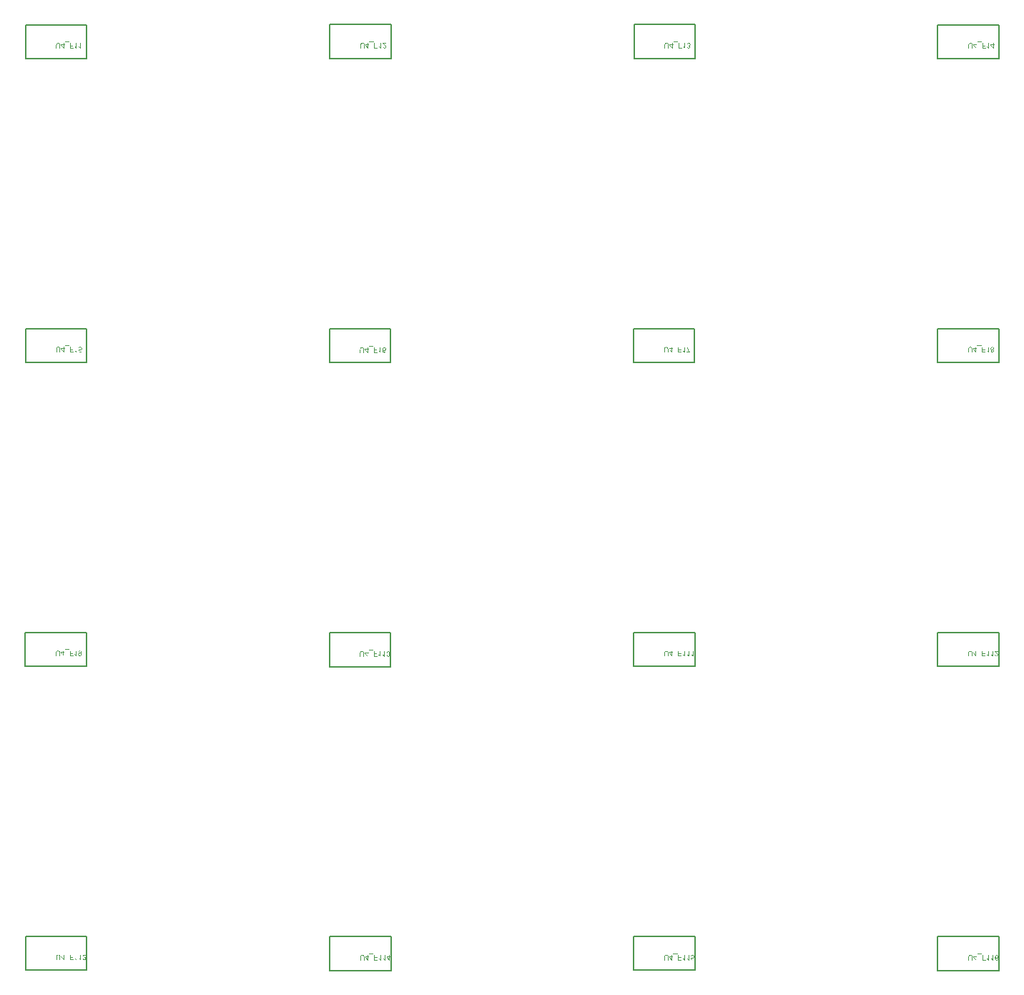
<source format=gbr>
G04*
G04 #@! TF.GenerationSoftware,Altium Limited,Altium Designer,25.0.2 (28)*
G04*
G04 Layer_Color=32896*
%FSLAX25Y25*%
%MOIN*%
G70*
G04*
G04 #@! TF.SameCoordinates,7C83500D-BFB9-469C-A41D-0C693C3E1856*
G04*
G04*
G04 #@! TF.FilePolarity,Positive*
G04*
G01*
G75*
%ADD15C,0.00787*%
G36*
X582495Y131799D02*
X580445D01*
Y132022D01*
X582495D01*
Y131799D01*
D02*
G37*
G36*
X589607Y131359D02*
X589683Y131348D01*
X589754Y131332D01*
X589814Y131310D01*
X589839Y131302D01*
X589863Y131291D01*
X589882Y131283D01*
X589899Y131274D01*
X589912Y131269D01*
X589923Y131263D01*
X589929Y131258D01*
X589931D01*
X589994Y131214D01*
X590051Y131163D01*
X590101Y131111D01*
X590139Y131061D01*
X590172Y131015D01*
X590182Y130996D01*
X590193Y130980D01*
X590202Y130966D01*
X590207Y130955D01*
X590212Y130949D01*
Y130947D01*
X590248Y130868D01*
X590273Y130791D01*
X590292Y130718D01*
X590303Y130649D01*
X590308Y130619D01*
X590311Y130589D01*
X590313Y130565D01*
Y130545D01*
X590316Y130526D01*
Y130516D01*
Y130507D01*
Y130505D01*
X590313Y130439D01*
X590308Y130376D01*
X590297Y130316D01*
X590283Y130262D01*
X590264Y130210D01*
X590248Y130161D01*
X590226Y130117D01*
X590207Y130076D01*
X590188Y130041D01*
X590166Y130008D01*
X590150Y129980D01*
X590133Y129959D01*
X590117Y129939D01*
X590106Y129929D01*
X590101Y129920D01*
X590098Y129918D01*
X590057Y129877D01*
X590013Y129841D01*
X589969Y129811D01*
X589923Y129784D01*
X589879Y129762D01*
X589836Y129743D01*
X589792Y129729D01*
X589754Y129716D01*
X589716Y129707D01*
X589680Y129699D01*
X589650Y129697D01*
X589623Y129691D01*
X589601D01*
X589585Y129688D01*
X589571D01*
X589505Y129691D01*
X589443Y129702D01*
X589385Y129716D01*
X589333Y129729D01*
X589290Y129746D01*
X589273Y129754D01*
X589257Y129759D01*
X589246Y129765D01*
X589238Y129770D01*
X589232Y129773D01*
X589230D01*
X589172Y129808D01*
X589120Y129847D01*
X589074Y129888D01*
X589033Y129929D01*
X589003Y129967D01*
X588978Y129997D01*
X588970Y130008D01*
X588965Y130016D01*
X588960Y130021D01*
X588959Y130024D01*
Y130021D01*
X588960Y130021D01*
X588962Y129956D01*
X588965Y129890D01*
X588968Y129830D01*
X588973Y129776D01*
X588981Y129724D01*
X588989Y129675D01*
X588995Y129631D01*
X589003Y129593D01*
X589011Y129560D01*
X589019Y129530D01*
X589028Y129503D01*
X589033Y129483D01*
X589039Y129467D01*
X589044Y129454D01*
X589047Y129448D01*
Y129445D01*
X589082Y129374D01*
X589118Y129312D01*
X589156Y129257D01*
X589194Y129213D01*
X589227Y129178D01*
X589252Y129153D01*
X589262Y129145D01*
X589271Y129140D01*
X589273Y129134D01*
X589276D01*
X589320Y129107D01*
X589363Y129085D01*
X589407Y129071D01*
X589448Y129060D01*
X589484Y129055D01*
X589514Y129050D01*
X589538D01*
X589571Y129052D01*
X589604Y129055D01*
X589664Y129071D01*
X589718Y129090D01*
X589762Y129115D01*
X589800Y129140D01*
X589828Y129161D01*
X589836Y129170D01*
X589844Y129178D01*
X589847Y129181D01*
X589849Y129183D01*
X589877Y129219D01*
X589899Y129260D01*
X589920Y129303D01*
X589937Y129347D01*
X589950Y129385D01*
X589959Y129418D01*
X589961Y129432D01*
X589964Y129440D01*
X589967Y129445D01*
Y129448D01*
X590275Y129423D01*
X590267Y129369D01*
X590253Y129320D01*
X590240Y129273D01*
X590223Y129230D01*
X590204Y129189D01*
X590185Y129150D01*
X590166Y129115D01*
X590147Y129085D01*
X590128Y129058D01*
X590109Y129033D01*
X590092Y129011D01*
X590076Y128995D01*
X590065Y128981D01*
X590054Y128973D01*
X590049Y128968D01*
X590046Y128965D01*
X590008Y128935D01*
X589969Y128910D01*
X589931Y128886D01*
X589890Y128867D01*
X589847Y128850D01*
X589809Y128837D01*
X589729Y128817D01*
X589694Y128809D01*
X589661Y128804D01*
X589631Y128801D01*
X589607Y128798D01*
X589587Y128796D01*
X589557D01*
X589484Y128798D01*
X589415Y128809D01*
X589350Y128823D01*
X589290Y128842D01*
X589232Y128864D01*
X589181Y128888D01*
X589131Y128913D01*
X589088Y128940D01*
X589049Y128968D01*
X589017Y128992D01*
X588987Y129017D01*
X588965Y129039D01*
X588946Y129058D01*
X588932Y129071D01*
X588924Y129082D01*
X588921Y129085D01*
X588875Y129150D01*
X588831Y129224D01*
X588796Y129306D01*
X588766Y129391D01*
X588738Y129478D01*
X588717Y129565D01*
X588700Y129653D01*
X588684Y129740D01*
X588673Y129822D01*
X588665Y129899D01*
X588659Y129967D01*
X588656Y130027D01*
X588654Y130054D01*
Y130076D01*
X588651Y130098D01*
Y130114D01*
Y130128D01*
Y130139D01*
Y130144D01*
Y130147D01*
X588654Y130264D01*
X588662Y130374D01*
X588673Y130474D01*
X588689Y130567D01*
X588708Y130652D01*
X588727Y130728D01*
X588749Y130797D01*
X588774Y130857D01*
X588796Y130911D01*
X588818Y130958D01*
X588837Y130996D01*
X588856Y131026D01*
X588872Y131051D01*
X588883Y131067D01*
X588891Y131078D01*
X588894Y131081D01*
X588940Y131130D01*
X588992Y131173D01*
X589041Y131212D01*
X589096Y131244D01*
X589148Y131272D01*
X589200Y131296D01*
X589252Y131313D01*
X589301Y131329D01*
X589347Y131340D01*
X589388Y131348D01*
X589426Y131356D01*
X589459Y131359D01*
X589486Y131362D01*
X589508Y131365D01*
X589525D01*
X589607Y131359D01*
D02*
G37*
G36*
X587873Y128796D02*
X587674D01*
X587638Y128858D01*
X587597Y128918D01*
X587551Y128976D01*
X587504Y129025D01*
X587463Y129071D01*
X587444Y129088D01*
X587431Y129104D01*
X587417Y129118D01*
X587406Y129126D01*
X587401Y129131D01*
X587398Y129134D01*
X587324Y129197D01*
X587245Y129252D01*
X587169Y129303D01*
X587098Y129347D01*
X587068Y129363D01*
X587038Y129380D01*
X587010Y129396D01*
X586988Y129407D01*
X586969Y129415D01*
X586956Y129423D01*
X586947Y129426D01*
X586945Y129429D01*
Y129727D01*
X586999Y129705D01*
X587057Y129680D01*
X587111Y129653D01*
X587160Y129628D01*
X587204Y129604D01*
X587223Y129595D01*
X587240Y129585D01*
X587253Y129579D01*
X587261Y129574D01*
X587267Y129568D01*
X587270D01*
X587335Y129527D01*
X587392Y129489D01*
X587444Y129454D01*
X587485Y129421D01*
X587521Y129393D01*
X587545Y129374D01*
X587559Y129361D01*
X587564Y129355D01*
Y131324D01*
X587873D01*
Y128796D01*
D02*
G37*
G36*
X585916D02*
X585716D01*
X585681Y128858D01*
X585640Y128918D01*
X585593Y128976D01*
X585547Y129025D01*
X585506Y129071D01*
X585487Y129088D01*
X585473Y129104D01*
X585460Y129118D01*
X585449Y129126D01*
X585443Y129131D01*
X585440Y129134D01*
X585367Y129197D01*
X585288Y129252D01*
X585211Y129303D01*
X585140Y129347D01*
X585110Y129363D01*
X585080Y129380D01*
X585053Y129396D01*
X585031Y129407D01*
X585012Y129415D01*
X584998Y129423D01*
X584990Y129426D01*
X584987Y129429D01*
Y129727D01*
X585042Y129705D01*
X585099Y129680D01*
X585154Y129653D01*
X585203Y129628D01*
X585247Y129604D01*
X585266Y129595D01*
X585282Y129585D01*
X585296Y129579D01*
X585304Y129574D01*
X585309Y129568D01*
X585312D01*
X585378Y129527D01*
X585435Y129489D01*
X585487Y129454D01*
X585528Y129421D01*
X585563Y129393D01*
X585588Y129374D01*
X585602Y129361D01*
X585607Y129355D01*
Y131324D01*
X585916D01*
Y128796D01*
D02*
G37*
G36*
X583079Y130180D02*
X584261D01*
Y129882D01*
X583079D01*
Y129101D01*
X584444D01*
Y128804D01*
X582746D01*
Y131324D01*
X583079D01*
Y130180D01*
D02*
G37*
G36*
X579989Y130720D02*
X580330D01*
Y130436D01*
X579989D01*
Y128804D01*
X579735D01*
X578583Y130436D01*
Y130720D01*
X579680D01*
Y131324D01*
X579989D01*
Y130720D01*
D02*
G37*
G36*
X577338Y131362D02*
X577401Y131359D01*
X577461Y131351D01*
X577518Y131343D01*
X577570Y131332D01*
X577619Y131321D01*
X577663Y131307D01*
X577701Y131293D01*
X577739Y131283D01*
X577769Y131269D01*
X577797Y131258D01*
X577818Y131247D01*
X577837Y131239D01*
X577848Y131231D01*
X577856Y131228D01*
X577859Y131225D01*
X577900Y131198D01*
X577938Y131171D01*
X577971Y131141D01*
X578004Y131111D01*
X578031Y131081D01*
X578059Y131048D01*
X578080Y131020D01*
X578099Y130991D01*
X578132Y130941D01*
X578143Y130920D01*
X578154Y130900D01*
X578162Y130884D01*
X578168Y130873D01*
X578170Y130865D01*
Y130862D01*
X578187Y130818D01*
X578200Y130772D01*
X578222Y130674D01*
X578236Y130573D01*
X578247Y130477D01*
X578250Y130431D01*
X578252Y130390D01*
X578255Y130354D01*
X578258Y130322D01*
Y130294D01*
Y130275D01*
Y130264D01*
Y130259D01*
Y128804D01*
X577925D01*
Y130259D01*
X577922Y130343D01*
X577919Y130423D01*
X577911Y130494D01*
X577900Y130559D01*
X577889Y130616D01*
X577876Y130668D01*
X577859Y130715D01*
X577846Y130756D01*
X577832Y130791D01*
X577816Y130821D01*
X577802Y130846D01*
X577791Y130865D01*
X577780Y130879D01*
X577775Y130889D01*
X577769Y130895D01*
X577766Y130898D01*
X577734Y130928D01*
X577698Y130952D01*
X577660Y130974D01*
X577619Y130993D01*
X577575Y131010D01*
X577532Y131023D01*
X577447Y131042D01*
X577406Y131051D01*
X577368Y131056D01*
X577332Y131059D01*
X577302Y131061D01*
X577278Y131064D01*
X577242D01*
X577166Y131061D01*
X577095Y131051D01*
X577032Y131037D01*
X576977Y131023D01*
X576956Y131015D01*
X576936Y131007D01*
X576917Y131001D01*
X576904Y130996D01*
X576893Y130991D01*
X576885Y130985D01*
X576879Y130982D01*
X576876D01*
X576825Y130947D01*
X576781Y130909D01*
X576745Y130870D01*
X576718Y130829D01*
X576696Y130797D01*
X576680Y130767D01*
X576674Y130756D01*
X576672Y130747D01*
X576669Y130745D01*
Y130742D01*
X576658Y130712D01*
X576650Y130676D01*
X576634Y130600D01*
X576623Y130521D01*
X576617Y130442D01*
X576614Y130406D01*
X576612Y130371D01*
Y130341D01*
X576609Y130314D01*
Y130289D01*
Y130272D01*
Y130262D01*
Y130259D01*
Y128804D01*
X576276D01*
Y130259D01*
Y130333D01*
X576281Y130401D01*
X576284Y130466D01*
X576292Y130526D01*
X576298Y130584D01*
X576306Y130636D01*
X576314Y130682D01*
X576325Y130726D01*
X576333Y130764D01*
X576341Y130797D01*
X576350Y130827D01*
X576358Y130849D01*
X576363Y130868D01*
X576369Y130881D01*
X576371Y130889D01*
Y130892D01*
X576391Y130933D01*
X576412Y130974D01*
X576462Y131045D01*
X576513Y131105D01*
X576568Y131154D01*
X576592Y131176D01*
X576614Y131193D01*
X576636Y131209D01*
X576655Y131223D01*
X576669Y131231D01*
X576680Y131239D01*
X576688Y131242D01*
X576691Y131244D01*
X576734Y131266D01*
X576781Y131283D01*
X576876Y131313D01*
X576975Y131334D01*
X577068Y131348D01*
X577108Y131354D01*
X577149Y131359D01*
X577182Y131362D01*
X577212D01*
X577237Y131365D01*
X577272D01*
X577338Y131362D01*
D02*
G37*
G36*
X440710Y131859D02*
X438660D01*
Y132083D01*
X440710D01*
Y131859D01*
D02*
G37*
G36*
X447767Y131422D02*
X447838Y131411D01*
X447906Y131397D01*
X447969Y131376D01*
X448029Y131354D01*
X448084Y131329D01*
X448133Y131299D01*
X448176Y131272D01*
X448217Y131245D01*
X448253Y131214D01*
X448283Y131190D01*
X448308Y131165D01*
X448327Y131146D01*
X448340Y131132D01*
X448348Y131122D01*
X448351Y131119D01*
X448387Y131072D01*
X448417Y131023D01*
X448444Y130972D01*
X448466Y130922D01*
X448485Y130873D01*
X448501Y130824D01*
X448515Y130775D01*
X448526Y130731D01*
X448534Y130687D01*
X448539Y130649D01*
X448545Y130617D01*
X448548Y130587D01*
X448550Y130562D01*
Y130546D01*
Y130532D01*
Y130529D01*
X448548Y130464D01*
X448539Y130401D01*
X448529Y130341D01*
X448515Y130286D01*
X448499Y130232D01*
X448477Y130185D01*
X448458Y130139D01*
X448436Y130098D01*
X448414Y130062D01*
X448395Y130032D01*
X448376Y130002D01*
X448357Y129981D01*
X448343Y129964D01*
X448332Y129950D01*
X448324Y129942D01*
X448321Y129939D01*
X448277Y129899D01*
X448231Y129863D01*
X448185Y129833D01*
X448138Y129806D01*
X448092Y129784D01*
X448045Y129765D01*
X448002Y129751D01*
X447958Y129737D01*
X447920Y129729D01*
X447882Y129721D01*
X447849Y129718D01*
X447822Y129713D01*
X447800D01*
X447781Y129710D01*
X447767D01*
X447720Y129713D01*
X447674Y129716D01*
X447630Y129724D01*
X447587Y129735D01*
X447508Y129759D01*
X447469Y129776D01*
X447437Y129789D01*
X447404Y129803D01*
X447376Y129819D01*
X447352Y129833D01*
X447330Y129844D01*
X447314Y129855D01*
X447303Y129860D01*
X447295Y129866D01*
X447292Y129868D01*
X447426Y129192D01*
X448433D01*
Y128897D01*
X447180D01*
X446937Y130191D01*
X447226Y130232D01*
X447254Y130193D01*
X447284Y130158D01*
X447317Y130128D01*
X447344Y130101D01*
X447371Y130081D01*
X447393Y130065D01*
X447407Y130057D01*
X447412Y130054D01*
X447458Y130030D01*
X447505Y130013D01*
X447551Y130000D01*
X447595Y129991D01*
X447630Y129986D01*
X447660Y129983D01*
X447685D01*
X447729Y129986D01*
X447770Y129989D01*
X447811Y129997D01*
X447846Y130008D01*
X447914Y130032D01*
X447942Y130046D01*
X447969Y130060D01*
X447994Y130076D01*
X448013Y130090D01*
X448032Y130103D01*
X448045Y130114D01*
X448056Y130125D01*
X448067Y130133D01*
X448070Y130136D01*
X448073Y130139D01*
X448100Y130169D01*
X448122Y130202D01*
X448144Y130234D01*
X448160Y130267D01*
X448187Y130338D01*
X448204Y130404D01*
X448209Y130436D01*
X448215Y130464D01*
X448217Y130491D01*
X448220Y130513D01*
X448223Y130532D01*
Y130546D01*
Y130554D01*
Y130556D01*
X448220Y130608D01*
X448217Y130655D01*
X448209Y130701D01*
X448198Y130745D01*
X448187Y130783D01*
X448174Y130821D01*
X448160Y130854D01*
X448146Y130884D01*
X448130Y130911D01*
X448116Y130936D01*
X448103Y130955D01*
X448092Y130974D01*
X448081Y130988D01*
X448073Y130996D01*
X448070Y131001D01*
X448067Y131004D01*
X448037Y131034D01*
X448007Y131059D01*
X447977Y131081D01*
X447944Y131100D01*
X447912Y131116D01*
X447882Y131130D01*
X447822Y131149D01*
X447770Y131163D01*
X447748Y131165D01*
X447729Y131168D01*
X447712Y131171D01*
X447690D01*
X447655Y131168D01*
X447622Y131165D01*
X447562Y131152D01*
X447508Y131132D01*
X447461Y131111D01*
X447423Y131092D01*
X447396Y131072D01*
X447385Y131064D01*
X447376Y131059D01*
X447374Y131053D01*
X447371D01*
X447349Y131029D01*
X447327Y131004D01*
X447292Y130950D01*
X447262Y130890D01*
X447240Y130832D01*
X447226Y130780D01*
X447218Y130756D01*
X447216Y130737D01*
X447213Y130720D01*
X447210Y130709D01*
X447207Y130701D01*
Y130699D01*
X446882Y130723D01*
X446891Y130780D01*
X446902Y130838D01*
X446915Y130890D01*
X446934Y130939D01*
X446953Y130982D01*
X446973Y131026D01*
X446994Y131064D01*
X447016Y131097D01*
X447038Y131130D01*
X447057Y131157D01*
X447076Y131179D01*
X447095Y131198D01*
X447109Y131214D01*
X447120Y131225D01*
X447125Y131231D01*
X447128Y131234D01*
X447172Y131266D01*
X447216Y131296D01*
X447262Y131321D01*
X447308Y131343D01*
X447355Y131362D01*
X447401Y131378D01*
X447447Y131392D01*
X447491Y131400D01*
X447532Y131408D01*
X447570Y131414D01*
X447603Y131419D01*
X447633Y131422D01*
X447658Y131425D01*
X447690D01*
X447767Y131422D01*
D02*
G37*
G36*
X446088Y128856D02*
X445889D01*
X445853Y128919D01*
X445812Y128979D01*
X445766Y129036D01*
X445719Y129085D01*
X445679Y129131D01*
X445659Y129148D01*
X445646Y129164D01*
X445632Y129178D01*
X445621Y129186D01*
X445616Y129192D01*
X445613Y129194D01*
X445539Y129257D01*
X445460Y129312D01*
X445384Y129364D01*
X445313Y129407D01*
X445283Y129423D01*
X445253Y129440D01*
X445225Y129456D01*
X445203Y129467D01*
X445184Y129475D01*
X445171Y129484D01*
X445162Y129486D01*
X445160Y129489D01*
Y129787D01*
X445214Y129765D01*
X445272Y129740D01*
X445326Y129713D01*
X445375Y129688D01*
X445419Y129664D01*
X445438Y129656D01*
X445455Y129645D01*
X445468Y129639D01*
X445476Y129634D01*
X445482Y129628D01*
X445485D01*
X445550Y129587D01*
X445608Y129549D01*
X445659Y129514D01*
X445700Y129481D01*
X445736Y129454D01*
X445760Y129435D01*
X445774Y129421D01*
X445780Y129415D01*
Y131384D01*
X446088D01*
Y128856D01*
D02*
G37*
G36*
X444131D02*
X443931D01*
X443896Y128919D01*
X443855Y128979D01*
X443808Y129036D01*
X443762Y129085D01*
X443721Y129131D01*
X443702Y129148D01*
X443688Y129164D01*
X443675Y129178D01*
X443664Y129186D01*
X443658Y129192D01*
X443656Y129194D01*
X443582Y129257D01*
X443503Y129312D01*
X443426Y129364D01*
X443355Y129407D01*
X443325Y129423D01*
X443295Y129440D01*
X443268Y129456D01*
X443246Y129467D01*
X443227Y129475D01*
X443213Y129484D01*
X443205Y129486D01*
X443202Y129489D01*
Y129787D01*
X443257Y129765D01*
X443314Y129740D01*
X443369Y129713D01*
X443418Y129688D01*
X443462Y129664D01*
X443481Y129656D01*
X443497Y129645D01*
X443511Y129639D01*
X443519Y129634D01*
X443525Y129628D01*
X443527D01*
X443593Y129587D01*
X443650Y129549D01*
X443702Y129514D01*
X443743Y129481D01*
X443778Y129454D01*
X443803Y129435D01*
X443817Y129421D01*
X443822Y129415D01*
Y131384D01*
X444131D01*
Y128856D01*
D02*
G37*
G36*
X441294Y130240D02*
X442476D01*
Y129942D01*
X441294D01*
Y129162D01*
X442659D01*
Y128864D01*
X440961D01*
Y131384D01*
X441294D01*
Y130240D01*
D02*
G37*
G36*
X438204Y130780D02*
X438545D01*
Y130496D01*
X438204D01*
Y128864D01*
X437950D01*
X436798Y130496D01*
Y130780D01*
X437895D01*
Y131384D01*
X438204D01*
Y130780D01*
D02*
G37*
G36*
X435553Y131422D02*
X435616Y131419D01*
X435676Y131411D01*
X435733Y131403D01*
X435785Y131392D01*
X435834Y131381D01*
X435878Y131367D01*
X435916Y131354D01*
X435954Y131343D01*
X435984Y131329D01*
X436012Y131318D01*
X436033Y131307D01*
X436053Y131299D01*
X436063Y131291D01*
X436072Y131288D01*
X436074Y131285D01*
X436115Y131258D01*
X436154Y131231D01*
X436186Y131201D01*
X436219Y131171D01*
X436246Y131141D01*
X436274Y131108D01*
X436296Y131081D01*
X436315Y131051D01*
X436347Y131001D01*
X436358Y130980D01*
X436369Y130961D01*
X436377Y130944D01*
X436383Y130933D01*
X436386Y130925D01*
Y130922D01*
X436402Y130879D01*
X436416Y130832D01*
X436437Y130734D01*
X436451Y130633D01*
X436462Y130537D01*
X436465Y130491D01*
X436468Y130450D01*
X436470Y130414D01*
X436473Y130382D01*
Y130354D01*
Y130335D01*
Y130324D01*
Y130319D01*
Y128864D01*
X436140D01*
Y130319D01*
X436137Y130404D01*
X436134Y130483D01*
X436126Y130554D01*
X436115Y130619D01*
X436104Y130677D01*
X436091Y130728D01*
X436074Y130775D01*
X436061Y130816D01*
X436047Y130851D01*
X436031Y130881D01*
X436017Y130906D01*
X436006Y130925D01*
X435995Y130939D01*
X435990Y130950D01*
X435984Y130955D01*
X435982Y130958D01*
X435949Y130988D01*
X435913Y131012D01*
X435875Y131034D01*
X435834Y131053D01*
X435790Y131070D01*
X435747Y131083D01*
X435662Y131103D01*
X435621Y131111D01*
X435583Y131116D01*
X435547Y131119D01*
X435517Y131122D01*
X435493Y131124D01*
X435457D01*
X435381Y131122D01*
X435310Y131111D01*
X435247Y131097D01*
X435193Y131083D01*
X435171Y131075D01*
X435152Y131067D01*
X435133Y131061D01*
X435119Y131056D01*
X435108Y131051D01*
X435100Y131045D01*
X435094Y131042D01*
X435091D01*
X435040Y131007D01*
X434996Y130969D01*
X434961Y130930D01*
X434933Y130890D01*
X434911Y130857D01*
X434895Y130827D01*
X434890Y130816D01*
X434887Y130808D01*
X434884Y130805D01*
Y130802D01*
X434873Y130772D01*
X434865Y130737D01*
X434849Y130660D01*
X434838Y130581D01*
X434832Y130502D01*
X434830Y130466D01*
X434827Y130431D01*
Y130401D01*
X434824Y130374D01*
Y130349D01*
Y130333D01*
Y130322D01*
Y130319D01*
Y128864D01*
X434491D01*
Y130319D01*
Y130393D01*
X434496Y130461D01*
X434499Y130526D01*
X434507Y130587D01*
X434513Y130644D01*
X434521Y130696D01*
X434529Y130742D01*
X434540Y130786D01*
X434548Y130824D01*
X434556Y130857D01*
X434565Y130887D01*
X434573Y130909D01*
X434578Y130928D01*
X434584Y130941D01*
X434586Y130950D01*
Y130952D01*
X434606Y130993D01*
X434627Y131034D01*
X434677Y131105D01*
X434728Y131165D01*
X434783Y131214D01*
X434808Y131236D01*
X434830Y131253D01*
X434851Y131269D01*
X434870Y131283D01*
X434884Y131291D01*
X434895Y131299D01*
X434903Y131302D01*
X434906Y131305D01*
X434950Y131326D01*
X434996Y131343D01*
X435091Y131373D01*
X435190Y131395D01*
X435283Y131408D01*
X435324Y131414D01*
X435364Y131419D01*
X435397Y131422D01*
X435427D01*
X435452Y131425D01*
X435487D01*
X435553Y131422D01*
D02*
G37*
G36*
X298981Y131826D02*
X296931D01*
Y132050D01*
X298981D01*
Y131826D01*
D02*
G37*
G36*
X304360Y128823D02*
X304160D01*
X304125Y128886D01*
X304084Y128946D01*
X304037Y129003D01*
X303991Y129053D01*
X303950Y129099D01*
X303931Y129115D01*
X303917Y129132D01*
X303904Y129145D01*
X303893Y129154D01*
X303887Y129159D01*
X303885Y129162D01*
X303811Y129225D01*
X303732Y129279D01*
X303655Y129331D01*
X303584Y129375D01*
X303554Y129391D01*
X303524Y129408D01*
X303497Y129424D01*
X303475Y129435D01*
X303456Y129443D01*
X303442Y129451D01*
X303434Y129454D01*
X303431Y129457D01*
Y129754D01*
X303486Y129732D01*
X303543Y129708D01*
X303598Y129681D01*
X303647Y129656D01*
X303691Y129631D01*
X303710Y129623D01*
X303726Y129612D01*
X303740Y129607D01*
X303748Y129601D01*
X303753Y129596D01*
X303756D01*
X303822Y129555D01*
X303879Y129517D01*
X303931Y129481D01*
X303972Y129448D01*
X304007Y129421D01*
X304032Y129402D01*
X304046Y129388D01*
X304051Y129383D01*
Y131351D01*
X304360D01*
Y128823D01*
D02*
G37*
G36*
X302402D02*
X302203D01*
X302167Y128886D01*
X302126Y128946D01*
X302080Y129003D01*
X302034Y129053D01*
X301993Y129099D01*
X301974Y129115D01*
X301960Y129132D01*
X301946Y129145D01*
X301935Y129154D01*
X301930Y129159D01*
X301927Y129162D01*
X301853Y129225D01*
X301774Y129279D01*
X301698Y129331D01*
X301627Y129375D01*
X301597Y129391D01*
X301567Y129408D01*
X301539Y129424D01*
X301518Y129435D01*
X301499Y129443D01*
X301485Y129451D01*
X301477Y129454D01*
X301474Y129457D01*
Y129754D01*
X301529Y129732D01*
X301586Y129708D01*
X301640Y129681D01*
X301690Y129656D01*
X301733Y129631D01*
X301752Y129623D01*
X301769Y129612D01*
X301782Y129607D01*
X301791Y129601D01*
X301796Y129596D01*
X301799D01*
X301864Y129555D01*
X301922Y129517D01*
X301974Y129481D01*
X302014Y129448D01*
X302050Y129421D01*
X302075Y129402D01*
X302088Y129388D01*
X302094Y129383D01*
Y131351D01*
X302402D01*
Y128823D01*
D02*
G37*
G36*
X306453Y130748D02*
X306795D01*
Y130464D01*
X306453D01*
Y128831D01*
X306200D01*
X305047Y130464D01*
Y130748D01*
X306145D01*
Y131351D01*
X306453D01*
Y130748D01*
D02*
G37*
G36*
X299566Y130207D02*
X300748D01*
Y129910D01*
X299566D01*
Y129129D01*
X300931D01*
Y128831D01*
X299233D01*
Y131351D01*
X299566D01*
Y130207D01*
D02*
G37*
G36*
X296475Y130748D02*
X296816D01*
Y130464D01*
X296475D01*
Y128831D01*
X296221D01*
X295069Y130464D01*
Y130748D01*
X296167D01*
Y131351D01*
X296475D01*
Y130748D01*
D02*
G37*
G36*
X293824Y131389D02*
X293887Y131387D01*
X293947Y131378D01*
X294005Y131370D01*
X294057Y131359D01*
X294106Y131349D01*
X294149Y131335D01*
X294187Y131321D01*
X294226Y131310D01*
X294256Y131297D01*
X294283Y131286D01*
X294305Y131275D01*
X294324Y131267D01*
X294335Y131258D01*
X294343Y131256D01*
X294346Y131253D01*
X294387Y131226D01*
X294425Y131198D01*
X294458Y131168D01*
X294491Y131138D01*
X294518Y131108D01*
X294545Y131076D01*
X294567Y131048D01*
X294586Y131018D01*
X294619Y130969D01*
X294630Y130947D01*
X294641Y130928D01*
X294649Y130912D01*
X294654Y130901D01*
X294657Y130893D01*
Y130890D01*
X294673Y130846D01*
X294687Y130800D01*
X294709Y130701D01*
X294723Y130601D01*
X294734Y130505D01*
X294736Y130458D01*
X294739Y130418D01*
X294742Y130382D01*
X294744Y130349D01*
Y130322D01*
Y130303D01*
Y130292D01*
Y130287D01*
Y128831D01*
X294411D01*
Y130287D01*
X294409Y130371D01*
X294406Y130450D01*
X294398Y130521D01*
X294387Y130587D01*
X294376Y130644D01*
X294362Y130696D01*
X294346Y130742D01*
X294332Y130783D01*
X294319Y130819D01*
X294302Y130849D01*
X294288Y130874D01*
X294278Y130893D01*
X294267Y130906D01*
X294261Y130917D01*
X294256Y130923D01*
X294253Y130925D01*
X294220Y130955D01*
X294185Y130980D01*
X294147Y131002D01*
X294106Y131021D01*
X294062Y131037D01*
X294018Y131051D01*
X293934Y131070D01*
X293893Y131078D01*
X293854Y131084D01*
X293819Y131086D01*
X293789Y131089D01*
X293764Y131092D01*
X293729D01*
X293653Y131089D01*
X293582Y131078D01*
X293519Y131065D01*
X293464Y131051D01*
X293442Y131043D01*
X293423Y131035D01*
X293404Y131029D01*
X293390Y131024D01*
X293379Y131018D01*
X293371Y131013D01*
X293366Y131010D01*
X293363D01*
X293311Y130974D01*
X293267Y130936D01*
X293232Y130898D01*
X293205Y130857D01*
X293183Y130824D01*
X293166Y130794D01*
X293161Y130783D01*
X293158Y130775D01*
X293156Y130772D01*
Y130770D01*
X293145Y130740D01*
X293137Y130704D01*
X293120Y130628D01*
X293109Y130549D01*
X293104Y130469D01*
X293101Y130434D01*
X293098Y130398D01*
Y130368D01*
X293095Y130341D01*
Y130317D01*
Y130300D01*
Y130289D01*
Y130287D01*
Y128831D01*
X292762D01*
Y130287D01*
Y130360D01*
X292768Y130429D01*
X292771Y130494D01*
X292779Y130554D01*
X292784Y130611D01*
X292793Y130663D01*
X292801Y130710D01*
X292812Y130753D01*
X292820Y130792D01*
X292828Y130824D01*
X292836Y130854D01*
X292844Y130876D01*
X292850Y130895D01*
X292855Y130909D01*
X292858Y130917D01*
Y130920D01*
X292877Y130961D01*
X292899Y131002D01*
X292948Y131073D01*
X293000Y131133D01*
X293055Y131182D01*
X293079Y131204D01*
X293101Y131220D01*
X293123Y131237D01*
X293142Y131250D01*
X293156Y131258D01*
X293166Y131267D01*
X293175Y131269D01*
X293177Y131272D01*
X293221Y131294D01*
X293267Y131310D01*
X293363Y131340D01*
X293461Y131362D01*
X293554Y131376D01*
X293595Y131381D01*
X293636Y131387D01*
X293669Y131389D01*
X293699D01*
X293723Y131392D01*
X293759D01*
X293824Y131389D01*
D02*
G37*
G36*
X157223Y131946D02*
X155173D01*
Y132170D01*
X157223D01*
Y131946D01*
D02*
G37*
G36*
X164263Y131512D02*
X164326Y131503D01*
X164386Y131493D01*
X164444Y131479D01*
X164498Y131463D01*
X164547Y131444D01*
X164594Y131422D01*
X164635Y131400D01*
X164673Y131381D01*
X164706Y131359D01*
X164736Y131340D01*
X164758Y131323D01*
X164777Y131310D01*
X164790Y131299D01*
X164798Y131291D01*
X164801Y131288D01*
X164845Y131244D01*
X164880Y131198D01*
X164913Y131151D01*
X164940Y131102D01*
X164965Y131056D01*
X164984Y131009D01*
X165000Y130966D01*
X165014Y130922D01*
X165025Y130881D01*
X165031Y130846D01*
X165036Y130813D01*
X165041Y130783D01*
Y130761D01*
X165044Y130742D01*
Y130731D01*
Y130728D01*
Y130684D01*
X165039Y130641D01*
X165025Y130562D01*
X165003Y130493D01*
X164992Y130463D01*
X164981Y130436D01*
X164970Y130409D01*
X164960Y130387D01*
X164949Y130368D01*
X164938Y130354D01*
X164929Y130341D01*
X164924Y130332D01*
X164921Y130327D01*
X164919Y130324D01*
X164869Y130267D01*
X164812Y130220D01*
X164755Y130185D01*
X164700Y130155D01*
X164648Y130133D01*
X164627Y130125D01*
X164610Y130119D01*
X164594Y130114D01*
X164583Y130111D01*
X164575Y130108D01*
X164572D01*
X164632Y130076D01*
X164684Y130043D01*
X164730Y130008D01*
X164766Y129972D01*
X164796Y129942D01*
X164815Y129917D01*
X164829Y129901D01*
X164831Y129898D01*
Y129895D01*
X164861Y129844D01*
X164883Y129792D01*
X164900Y129743D01*
X164910Y129696D01*
X164916Y129658D01*
X164921Y129625D01*
Y129614D01*
Y129606D01*
Y129601D01*
Y129598D01*
X164919Y129535D01*
X164908Y129475D01*
X164891Y129420D01*
X164875Y129371D01*
X164858Y129330D01*
X164850Y129314D01*
X164842Y129300D01*
X164837Y129289D01*
X164831Y129279D01*
X164829Y129276D01*
Y129273D01*
X164790Y129218D01*
X164747Y129172D01*
X164703Y129131D01*
X164659Y129096D01*
X164621Y129068D01*
X164591Y129049D01*
X164577Y129041D01*
X164569Y129036D01*
X164564Y129033D01*
X164561D01*
X164495Y129003D01*
X164430Y128981D01*
X164364Y128965D01*
X164307Y128954D01*
X164255Y128948D01*
X164236Y128946D01*
X164217Y128943D01*
X164181D01*
X164127Y128946D01*
X164075Y128951D01*
X164026Y128959D01*
X163977Y128970D01*
X163933Y128984D01*
X163892Y128997D01*
X163854Y129014D01*
X163821Y129027D01*
X163788Y129044D01*
X163761Y129060D01*
X163739Y129074D01*
X163717Y129087D01*
X163704Y129098D01*
X163690Y129107D01*
X163685Y129112D01*
X163682Y129115D01*
X163646Y129148D01*
X163614Y129186D01*
X163584Y129224D01*
X163556Y129262D01*
X163532Y129303D01*
X163513Y129341D01*
X163477Y129420D01*
X163463Y129456D01*
X163453Y129489D01*
X163444Y129519D01*
X163436Y129543D01*
X163431Y129565D01*
X163428Y129582D01*
X163425Y129593D01*
Y129595D01*
X163734Y129650D01*
X163750Y129571D01*
X163772Y129502D01*
X163796Y129442D01*
X163824Y129396D01*
X163846Y129358D01*
X163867Y129333D01*
X163881Y129317D01*
X163887Y129311D01*
X163936Y129273D01*
X163985Y129246D01*
X164037Y129224D01*
X164083Y129210D01*
X164127Y129202D01*
X164143Y129199D01*
X164160D01*
X164173Y129197D01*
X164190D01*
X164255Y129202D01*
X164313Y129213D01*
X164364Y129232D01*
X164408Y129251D01*
X164441Y129273D01*
X164465Y129292D01*
X164482Y129303D01*
X164487Y129309D01*
X164509Y129330D01*
X164525Y129352D01*
X164556Y129401D01*
X164577Y129448D01*
X164591Y129491D01*
X164599Y129532D01*
X164602Y129562D01*
X164605Y129576D01*
Y129584D01*
Y129590D01*
Y129593D01*
X164602Y129631D01*
X164596Y129666D01*
X164591Y129702D01*
X164580Y129732D01*
X164553Y129786D01*
X164525Y129830D01*
X164495Y129866D01*
X164468Y129890D01*
X164457Y129898D01*
X164452Y129904D01*
X164446Y129909D01*
X164444D01*
X164383Y129945D01*
X164321Y129969D01*
X164261Y129988D01*
X164206Y129999D01*
X164160Y130008D01*
X164140Y130010D01*
X164121D01*
X164108Y130013D01*
X164072D01*
X164056Y130010D01*
X164042Y130008D01*
X164037D01*
X164004Y130278D01*
X164050Y130267D01*
X164094Y130259D01*
X164130Y130253D01*
X164162Y130248D01*
X164187D01*
X164206Y130245D01*
X164222D01*
X164261Y130248D01*
X164299Y130250D01*
X164367Y130267D01*
X164427Y130289D01*
X164479Y130313D01*
X164520Y130341D01*
X164536Y130351D01*
X164550Y130362D01*
X164561Y130371D01*
X164569Y130379D01*
X164572Y130382D01*
X164575Y130384D01*
X164599Y130412D01*
X164621Y130439D01*
X164640Y130466D01*
X164656Y130496D01*
X164681Y130553D01*
X164700Y130611D01*
X164708Y130660D01*
X164711Y130679D01*
X164714Y130698D01*
X164717Y130712D01*
Y130726D01*
Y130731D01*
Y130734D01*
X164714Y130775D01*
X164711Y130813D01*
X164692Y130886D01*
X164670Y130949D01*
X164643Y131004D01*
X164627Y131028D01*
X164613Y131048D01*
X164602Y131067D01*
X164591Y131080D01*
X164580Y131091D01*
X164572Y131099D01*
X164569Y131105D01*
X164566Y131108D01*
X164536Y131135D01*
X164506Y131157D01*
X164476Y131176D01*
X164446Y131195D01*
X164383Y131222D01*
X164323Y131239D01*
X164274Y131250D01*
X164250Y131252D01*
X164233Y131255D01*
X164217Y131258D01*
X164195D01*
X164130Y131252D01*
X164067Y131239D01*
X164015Y131222D01*
X163969Y131201D01*
X163930Y131179D01*
X163903Y131162D01*
X163895Y131154D01*
X163887Y131149D01*
X163884Y131143D01*
X163881D01*
X163859Y131119D01*
X163838Y131094D01*
X163799Y131037D01*
X163769Y130974D01*
X163745Y130911D01*
X163726Y130854D01*
X163720Y130829D01*
X163715Y130807D01*
X163709Y130788D01*
X163706Y130775D01*
X163704Y130766D01*
Y130764D01*
X163395Y130805D01*
X163403Y130862D01*
X163414Y130917D01*
X163431Y130968D01*
X163447Y131018D01*
X163466Y131064D01*
X163488Y131105D01*
X163510Y131146D01*
X163532Y131179D01*
X163554Y131211D01*
X163573Y131239D01*
X163592Y131263D01*
X163608Y131282D01*
X163625Y131299D01*
X163636Y131310D01*
X163641Y131315D01*
X163644Y131318D01*
X163685Y131353D01*
X163731Y131383D01*
X163775Y131408D01*
X163821Y131432D01*
X163867Y131452D01*
X163914Y131465D01*
X163958Y131479D01*
X164001Y131490D01*
X164042Y131498D01*
X164078Y131503D01*
X164111Y131509D01*
X164140Y131512D01*
X164162D01*
X164181Y131514D01*
X164195D01*
X164263Y131512D01*
D02*
G37*
G36*
X162601Y128943D02*
X162401D01*
X162366Y129006D01*
X162325Y129066D01*
X162279Y129123D01*
X162232Y129172D01*
X162191Y129218D01*
X162172Y129235D01*
X162159Y129251D01*
X162145Y129265D01*
X162134Y129273D01*
X162128Y129279D01*
X162126Y129281D01*
X162052Y129344D01*
X161973Y129399D01*
X161897Y129451D01*
X161826Y129494D01*
X161795Y129511D01*
X161765Y129527D01*
X161738Y129543D01*
X161716Y129554D01*
X161697Y129562D01*
X161683Y129571D01*
X161675Y129573D01*
X161673Y129576D01*
Y129874D01*
X161727Y129852D01*
X161785Y129827D01*
X161839Y129800D01*
X161888Y129775D01*
X161932Y129751D01*
X161951Y129743D01*
X161967Y129732D01*
X161981Y129726D01*
X161989Y129721D01*
X161995Y129715D01*
X161997D01*
X162063Y129674D01*
X162120Y129636D01*
X162172Y129601D01*
X162213Y129568D01*
X162249Y129541D01*
X162273Y129522D01*
X162287Y129508D01*
X162292Y129502D01*
Y131471D01*
X162601D01*
Y128943D01*
D02*
G37*
G36*
X160643D02*
X160444D01*
X160409Y129006D01*
X160368Y129066D01*
X160321Y129123D01*
X160275Y129172D01*
X160234Y129218D01*
X160215Y129235D01*
X160201Y129251D01*
X160187Y129265D01*
X160177Y129273D01*
X160171Y129279D01*
X160168Y129281D01*
X160095Y129344D01*
X160015Y129399D01*
X159939Y129451D01*
X159868Y129494D01*
X159838Y129511D01*
X159808Y129527D01*
X159781Y129543D01*
X159759Y129554D01*
X159740Y129562D01*
X159726Y129571D01*
X159718Y129573D01*
X159715Y129576D01*
Y129874D01*
X159770Y129852D01*
X159827Y129827D01*
X159882Y129800D01*
X159931Y129775D01*
X159975Y129751D01*
X159994Y129743D01*
X160010Y129732D01*
X160024Y129726D01*
X160032Y129721D01*
X160037Y129715D01*
X160040D01*
X160106Y129674D01*
X160163Y129636D01*
X160215Y129601D01*
X160256Y129568D01*
X160291Y129541D01*
X160316Y129522D01*
X160329Y129508D01*
X160335Y129502D01*
Y131471D01*
X160643D01*
Y128943D01*
D02*
G37*
G36*
X157807Y130327D02*
X158989D01*
Y130029D01*
X157807D01*
Y129248D01*
X159172D01*
Y128951D01*
X157474D01*
Y131471D01*
X157807D01*
Y130327D01*
D02*
G37*
G36*
X154717Y130867D02*
X155058D01*
Y130584D01*
X154717D01*
Y128951D01*
X154463D01*
X153311Y130584D01*
Y130867D01*
X154408D01*
Y131471D01*
X154717D01*
Y130867D01*
D02*
G37*
G36*
X152066Y131509D02*
X152129Y131506D01*
X152189Y131498D01*
X152246Y131490D01*
X152298Y131479D01*
X152347Y131468D01*
X152391Y131454D01*
X152429Y131441D01*
X152467Y131430D01*
X152497Y131416D01*
X152524Y131405D01*
X152546Y131394D01*
X152565Y131386D01*
X152576Y131378D01*
X152584Y131375D01*
X152587Y131372D01*
X152628Y131345D01*
X152666Y131318D01*
X152699Y131288D01*
X152732Y131258D01*
X152759Y131228D01*
X152786Y131195D01*
X152808Y131168D01*
X152827Y131138D01*
X152860Y131089D01*
X152871Y131067D01*
X152882Y131048D01*
X152890Y131031D01*
X152896Y131020D01*
X152898Y131012D01*
Y131009D01*
X152915Y130966D01*
X152928Y130919D01*
X152950Y130821D01*
X152964Y130720D01*
X152975Y130624D01*
X152978Y130578D01*
X152980Y130537D01*
X152983Y130502D01*
X152986Y130469D01*
Y130441D01*
Y130422D01*
Y130412D01*
Y130406D01*
Y128951D01*
X152653D01*
Y130406D01*
X152650Y130491D01*
X152647Y130570D01*
X152639Y130641D01*
X152628Y130706D01*
X152617Y130764D01*
X152603Y130816D01*
X152587Y130862D01*
X152574Y130903D01*
X152560Y130938D01*
X152543Y130968D01*
X152530Y130993D01*
X152519Y131012D01*
X152508Y131026D01*
X152503Y131037D01*
X152497Y131042D01*
X152494Y131045D01*
X152462Y131075D01*
X152426Y131099D01*
X152388Y131121D01*
X152347Y131140D01*
X152303Y131157D01*
X152260Y131170D01*
X152175Y131190D01*
X152134Y131198D01*
X152096Y131203D01*
X152060Y131206D01*
X152030Y131209D01*
X152006Y131211D01*
X151970D01*
X151894Y131209D01*
X151823Y131198D01*
X151760Y131184D01*
X151705Y131170D01*
X151683Y131162D01*
X151664Y131154D01*
X151645Y131149D01*
X151632Y131143D01*
X151621Y131138D01*
X151613Y131132D01*
X151607Y131130D01*
X151604D01*
X151552Y131094D01*
X151509Y131056D01*
X151473Y131018D01*
X151446Y130977D01*
X151424Y130944D01*
X151408Y130914D01*
X151402Y130903D01*
X151400Y130895D01*
X151397Y130892D01*
Y130889D01*
X151386Y130859D01*
X151378Y130824D01*
X151361Y130747D01*
X151350Y130668D01*
X151345Y130589D01*
X151342Y130553D01*
X151340Y130518D01*
Y130488D01*
X151337Y130461D01*
Y130436D01*
Y130420D01*
Y130409D01*
Y130406D01*
Y128951D01*
X151004D01*
Y130406D01*
Y130480D01*
X151009Y130548D01*
X151012Y130614D01*
X151020Y130674D01*
X151026Y130731D01*
X151034Y130783D01*
X151042Y130829D01*
X151053Y130873D01*
X151061Y130911D01*
X151069Y130944D01*
X151077Y130974D01*
X151086Y130996D01*
X151091Y131015D01*
X151097Y131028D01*
X151099Y131037D01*
Y131039D01*
X151118Y131080D01*
X151140Y131121D01*
X151189Y131192D01*
X151241Y131252D01*
X151296Y131301D01*
X151320Y131323D01*
X151342Y131340D01*
X151364Y131356D01*
X151383Y131370D01*
X151397Y131378D01*
X151408Y131386D01*
X151416Y131389D01*
X151419Y131392D01*
X151462Y131413D01*
X151509Y131430D01*
X151604Y131460D01*
X151703Y131482D01*
X151795Y131495D01*
X151836Y131501D01*
X151877Y131506D01*
X151910Y131509D01*
X151940D01*
X151965Y131512D01*
X152000D01*
X152066Y131509D01*
D02*
G37*
G36*
X582345Y273597D02*
X580295D01*
Y273821D01*
X582345D01*
Y273597D01*
D02*
G37*
G36*
X587723Y270594D02*
X587524D01*
X587488Y270657D01*
X587447Y270717D01*
X587401Y270774D01*
X587355Y270824D01*
X587314Y270870D01*
X587294Y270886D01*
X587281Y270903D01*
X587267Y270916D01*
X587256Y270924D01*
X587251Y270930D01*
X587248Y270933D01*
X587174Y270995D01*
X587095Y271050D01*
X587019Y271102D01*
X586948Y271146D01*
X586918Y271162D01*
X586888Y271178D01*
X586860Y271195D01*
X586839Y271206D01*
X586819Y271214D01*
X586806Y271222D01*
X586798Y271225D01*
X586795Y271228D01*
Y271525D01*
X586849Y271503D01*
X586907Y271479D01*
X586961Y271451D01*
X587010Y271427D01*
X587054Y271402D01*
X587073Y271394D01*
X587090Y271383D01*
X587103Y271378D01*
X587112Y271372D01*
X587117Y271367D01*
X587120D01*
X587185Y271326D01*
X587243Y271288D01*
X587294Y271252D01*
X587335Y271219D01*
X587371Y271192D01*
X587395Y271173D01*
X587409Y271159D01*
X587415Y271154D01*
Y273122D01*
X587723D01*
Y270594D01*
D02*
G37*
G36*
X585766D02*
X585566D01*
X585531Y270657D01*
X585490Y270717D01*
X585443Y270774D01*
X585397Y270824D01*
X585356Y270870D01*
X585337Y270886D01*
X585323Y270903D01*
X585310Y270916D01*
X585299Y270924D01*
X585293Y270930D01*
X585291Y270933D01*
X585217Y270995D01*
X585138Y271050D01*
X585061Y271102D01*
X584990Y271146D01*
X584960Y271162D01*
X584930Y271178D01*
X584903Y271195D01*
X584881Y271206D01*
X584862Y271214D01*
X584848Y271222D01*
X584840Y271225D01*
X584837Y271228D01*
Y271525D01*
X584892Y271503D01*
X584949Y271479D01*
X585004Y271451D01*
X585053Y271427D01*
X585097Y271402D01*
X585116Y271394D01*
X585132Y271383D01*
X585146Y271378D01*
X585154Y271372D01*
X585160Y271367D01*
X585162D01*
X585228Y271326D01*
X585285Y271288D01*
X585337Y271252D01*
X585378Y271219D01*
X585414Y271192D01*
X585438Y271173D01*
X585452Y271159D01*
X585457Y271154D01*
Y273122D01*
X585766D01*
Y270594D01*
D02*
G37*
G36*
X590142Y272825D02*
X588900D01*
X588943Y272764D01*
X588965Y272737D01*
X588987Y272713D01*
X589006Y272691D01*
X589020Y272674D01*
X589031Y272663D01*
X589034Y272661D01*
X589050Y272644D01*
X589072Y272623D01*
X589096Y272601D01*
X589124Y272576D01*
X589181Y272522D01*
X589241Y272470D01*
X589298Y272421D01*
X589323Y272399D01*
X589347Y272380D01*
X589364Y272363D01*
X589380Y272352D01*
X589388Y272344D01*
X589391Y272341D01*
X589451Y272289D01*
X589508Y272240D01*
X589560Y272197D01*
X589607Y272153D01*
X589650Y272115D01*
X589689Y272077D01*
X589724Y272044D01*
X589757Y272014D01*
X589784Y271989D01*
X589806Y271965D01*
X589825Y271946D01*
X589842Y271929D01*
X589853Y271916D01*
X589863Y271907D01*
X589866Y271902D01*
X589869Y271899D01*
X589921Y271839D01*
X589962Y271784D01*
X589997Y271733D01*
X590027Y271686D01*
X590049Y271648D01*
X590065Y271618D01*
X590071Y271607D01*
X590074Y271599D01*
X590076Y271596D01*
Y271593D01*
X590098Y271539D01*
X590112Y271484D01*
X590123Y271435D01*
X590131Y271389D01*
X590136Y271350D01*
X590139Y271320D01*
Y271309D01*
Y271301D01*
Y271299D01*
Y271296D01*
X590136Y271241D01*
X590131Y271189D01*
X590120Y271140D01*
X590106Y271091D01*
X590090Y271047D01*
X590071Y271006D01*
X590052Y270968D01*
X590033Y270935D01*
X590014Y270903D01*
X589994Y270875D01*
X589975Y270851D01*
X589959Y270832D01*
X589945Y270818D01*
X589934Y270804D01*
X589929Y270799D01*
X589926Y270796D01*
X589885Y270761D01*
X589842Y270731D01*
X589795Y270703D01*
X589746Y270679D01*
X589700Y270660D01*
X589650Y270643D01*
X589604Y270630D01*
X589558Y270619D01*
X589517Y270611D01*
X589476Y270605D01*
X589440Y270600D01*
X589410Y270597D01*
X589386Y270594D01*
X589350D01*
X589285Y270597D01*
X589222Y270602D01*
X589164Y270611D01*
X589110Y270624D01*
X589058Y270638D01*
X589012Y270654D01*
X588968Y270671D01*
X588930Y270687D01*
X588894Y270706D01*
X588864Y270723D01*
X588837Y270739D01*
X588815Y270753D01*
X588799Y270766D01*
X588788Y270774D01*
X588780Y270780D01*
X588777Y270783D01*
X588739Y270818D01*
X588706Y270859D01*
X588676Y270900D01*
X588649Y270946D01*
X588627Y270990D01*
X588605Y271034D01*
X588588Y271080D01*
X588575Y271121D01*
X588561Y271162D01*
X588553Y271200D01*
X588545Y271236D01*
X588539Y271266D01*
X588537Y271290D01*
X588534Y271307D01*
X588531Y271318D01*
Y271323D01*
X588848Y271356D01*
X588851Y271312D01*
X588853Y271271D01*
X588870Y271200D01*
X588892Y271135D01*
X588902Y271107D01*
X588916Y271083D01*
X588927Y271061D01*
X588941Y271042D01*
X588952Y271025D01*
X588960Y271012D01*
X588971Y271001D01*
X588976Y270993D01*
X588979Y270990D01*
X588982Y270987D01*
X589009Y270963D01*
X589036Y270941D01*
X589066Y270924D01*
X589096Y270908D01*
X589156Y270884D01*
X589214Y270867D01*
X589263Y270859D01*
X589285Y270853D01*
X589304D01*
X589320Y270851D01*
X589380D01*
X589418Y270856D01*
X589487Y270870D01*
X589544Y270892D01*
X589596Y270914D01*
X589634Y270938D01*
X589650Y270949D01*
X589664Y270960D01*
X589675Y270968D01*
X589683Y270974D01*
X589686Y270976D01*
X589689Y270979D01*
X589713Y271004D01*
X589732Y271028D01*
X589751Y271053D01*
X589765Y271080D01*
X589790Y271132D01*
X589806Y271181D01*
X589814Y271222D01*
X589820Y271241D01*
Y271258D01*
X589822Y271269D01*
Y271279D01*
Y271285D01*
Y271288D01*
X589820Y271320D01*
X589817Y271353D01*
X589801Y271419D01*
X589776Y271481D01*
X589749Y271539D01*
X589721Y271588D01*
X589711Y271607D01*
X589697Y271626D01*
X589689Y271640D01*
X589680Y271651D01*
X589678Y271656D01*
X589675Y271659D01*
X589645Y271697D01*
X589609Y271738D01*
X589569Y271782D01*
X589525Y271825D01*
X589435Y271916D01*
X589342Y272000D01*
X589298Y272041D01*
X589255Y272077D01*
X589216Y272109D01*
X589184Y272137D01*
X589156Y272161D01*
X589137Y272178D01*
X589124Y272191D01*
X589118Y272194D01*
X589069Y272235D01*
X589025Y272273D01*
X588982Y272309D01*
X588943Y272344D01*
X588905Y272377D01*
X588872Y272410D01*
X588842Y272437D01*
X588815Y272464D01*
X588791Y272489D01*
X588771Y272511D01*
X588752Y272530D01*
X588739Y272543D01*
X588725Y272557D01*
X588717Y272565D01*
X588714Y272571D01*
X588711Y272573D01*
X588662Y272634D01*
X588621Y272694D01*
X588586Y272751D01*
X588558Y272803D01*
X588537Y272846D01*
X588528Y272866D01*
X588520Y272879D01*
X588515Y272893D01*
X588512Y272901D01*
X588509Y272906D01*
Y272909D01*
X588496Y272947D01*
X588487Y272986D01*
X588479Y273021D01*
X588477Y273054D01*
X588474Y273081D01*
Y273103D01*
Y273117D01*
Y273122D01*
X590142D01*
Y272825D01*
D02*
G37*
G36*
X582929Y271978D02*
X584111D01*
Y271681D01*
X582929D01*
Y270900D01*
X584294D01*
Y270602D01*
X582596D01*
Y273122D01*
X582929D01*
Y271978D01*
D02*
G37*
G36*
X579839Y272519D02*
X580180D01*
Y272235D01*
X579839D01*
Y270602D01*
X579585D01*
X578433Y272235D01*
Y272519D01*
X579530D01*
Y273122D01*
X579839D01*
Y272519D01*
D02*
G37*
G36*
X577188Y273160D02*
X577251Y273158D01*
X577311Y273149D01*
X577368Y273141D01*
X577420Y273130D01*
X577469Y273119D01*
X577513Y273106D01*
X577551Y273092D01*
X577589Y273081D01*
X577619Y273068D01*
X577647Y273057D01*
X577669Y273046D01*
X577688Y273038D01*
X577699Y273029D01*
X577707Y273027D01*
X577709Y273024D01*
X577750Y272997D01*
X577789Y272969D01*
X577821Y272939D01*
X577854Y272909D01*
X577881Y272879D01*
X577909Y272846D01*
X577931Y272819D01*
X577950Y272789D01*
X577982Y272740D01*
X577993Y272718D01*
X578004Y272699D01*
X578013Y272683D01*
X578018Y272672D01*
X578021Y272663D01*
Y272661D01*
X578037Y272617D01*
X578051Y272571D01*
X578073Y272472D01*
X578086Y272371D01*
X578097Y272276D01*
X578100Y272230D01*
X578102Y272188D01*
X578105Y272153D01*
X578108Y272120D01*
Y272093D01*
Y272074D01*
Y272063D01*
Y272058D01*
Y270602D01*
X577775D01*
Y272058D01*
X577772Y272142D01*
X577770Y272221D01*
X577761Y272292D01*
X577750Y272358D01*
X577739Y272415D01*
X577726Y272467D01*
X577709Y272513D01*
X577696Y272554D01*
X577682Y272590D01*
X577666Y272620D01*
X577652Y272644D01*
X577641Y272663D01*
X577630Y272677D01*
X577625Y272688D01*
X577619Y272694D01*
X577617Y272696D01*
X577584Y272726D01*
X577548Y272751D01*
X577510Y272773D01*
X577469Y272792D01*
X577425Y272808D01*
X577382Y272822D01*
X577297Y272841D01*
X577256Y272849D01*
X577218Y272855D01*
X577182Y272857D01*
X577152Y272860D01*
X577128Y272863D01*
X577093D01*
X577016Y272860D01*
X576945Y272849D01*
X576882Y272835D01*
X576828Y272822D01*
X576806Y272814D01*
X576787Y272806D01*
X576768Y272800D01*
X576754Y272795D01*
X576743Y272789D01*
X576735Y272784D01*
X576729Y272781D01*
X576727D01*
X576675Y272745D01*
X576631Y272707D01*
X576596Y272669D01*
X576568Y272628D01*
X576546Y272595D01*
X576530Y272565D01*
X576525Y272554D01*
X576522Y272546D01*
X576519Y272543D01*
Y272541D01*
X576508Y272511D01*
X576500Y272475D01*
X576484Y272399D01*
X576473Y272320D01*
X576467Y272240D01*
X576465Y272205D01*
X576462Y272169D01*
Y272139D01*
X576459Y272112D01*
Y272088D01*
Y272071D01*
Y272060D01*
Y272058D01*
Y270602D01*
X576126D01*
Y272058D01*
Y272131D01*
X576131Y272199D01*
X576134Y272265D01*
X576142Y272325D01*
X576148Y272382D01*
X576156Y272434D01*
X576164Y272481D01*
X576175Y272524D01*
X576183Y272563D01*
X576192Y272595D01*
X576200Y272625D01*
X576208Y272647D01*
X576213Y272666D01*
X576219Y272680D01*
X576222Y272688D01*
Y272691D01*
X576241Y272732D01*
X576263Y272773D01*
X576312Y272844D01*
X576364Y272904D01*
X576418Y272953D01*
X576443Y272975D01*
X576465Y272991D01*
X576486Y273007D01*
X576506Y273021D01*
X576519Y273029D01*
X576530Y273038D01*
X576538Y273040D01*
X576541Y273043D01*
X576585Y273065D01*
X576631Y273081D01*
X576727Y273111D01*
X576825Y273133D01*
X576918Y273147D01*
X576959Y273152D01*
X577000Y273158D01*
X577032Y273160D01*
X577062D01*
X577087Y273163D01*
X577122D01*
X577188Y273160D01*
D02*
G37*
G36*
X440688Y273621D02*
X438638D01*
Y273845D01*
X440688D01*
Y273621D01*
D02*
G37*
G36*
X448024Y270618D02*
X447825D01*
X447789Y270681D01*
X447748Y270741D01*
X447702Y270798D01*
X447655Y270847D01*
X447614Y270894D01*
X447595Y270910D01*
X447582Y270927D01*
X447568Y270940D01*
X447557Y270948D01*
X447552Y270954D01*
X447549Y270957D01*
X447475Y271019D01*
X447396Y271074D01*
X447320Y271126D01*
X447249Y271170D01*
X447219Y271186D01*
X447189Y271202D01*
X447161Y271219D01*
X447139Y271230D01*
X447120Y271238D01*
X447107Y271246D01*
X447098Y271249D01*
X447096Y271252D01*
Y271549D01*
X447150Y271527D01*
X447208Y271503D01*
X447262Y271475D01*
X447311Y271451D01*
X447355Y271426D01*
X447374Y271418D01*
X447391Y271407D01*
X447404Y271402D01*
X447412Y271396D01*
X447418Y271391D01*
X447421D01*
X447486Y271350D01*
X447543Y271311D01*
X447595Y271276D01*
X447636Y271243D01*
X447672Y271216D01*
X447696Y271197D01*
X447710Y271183D01*
X447715Y271178D01*
Y273146D01*
X448024D01*
Y270618D01*
D02*
G37*
G36*
X446067D02*
X445867D01*
X445832Y270681D01*
X445791Y270741D01*
X445744Y270798D01*
X445698Y270847D01*
X445657Y270894D01*
X445638Y270910D01*
X445624Y270927D01*
X445611Y270940D01*
X445600Y270948D01*
X445594Y270954D01*
X445591Y270957D01*
X445518Y271019D01*
X445439Y271074D01*
X445362Y271126D01*
X445291Y271170D01*
X445261Y271186D01*
X445231Y271202D01*
X445204Y271219D01*
X445182Y271230D01*
X445163Y271238D01*
X445149Y271246D01*
X445141Y271249D01*
X445138Y271252D01*
Y271549D01*
X445193Y271527D01*
X445250Y271503D01*
X445305Y271475D01*
X445354Y271451D01*
X445398Y271426D01*
X445417Y271418D01*
X445433Y271407D01*
X445447Y271402D01*
X445455Y271396D01*
X445461Y271391D01*
X445463D01*
X445529Y271350D01*
X445586Y271311D01*
X445638Y271276D01*
X445679Y271243D01*
X445714Y271216D01*
X445739Y271197D01*
X445753Y271183D01*
X445758Y271178D01*
Y273146D01*
X446067D01*
Y270618D01*
D02*
G37*
G36*
X444109D02*
X443910D01*
X443874Y270681D01*
X443833Y270741D01*
X443787Y270798D01*
X443741Y270847D01*
X443700Y270894D01*
X443680Y270910D01*
X443667Y270927D01*
X443653Y270940D01*
X443642Y270948D01*
X443637Y270954D01*
X443634Y270957D01*
X443560Y271019D01*
X443481Y271074D01*
X443405Y271126D01*
X443334Y271170D01*
X443304Y271186D01*
X443274Y271202D01*
X443246Y271219D01*
X443225Y271230D01*
X443205Y271238D01*
X443192Y271246D01*
X443184Y271249D01*
X443181Y271252D01*
Y271549D01*
X443235Y271527D01*
X443293Y271503D01*
X443347Y271475D01*
X443397Y271451D01*
X443440Y271426D01*
X443459Y271418D01*
X443476Y271407D01*
X443489Y271402D01*
X443498Y271396D01*
X443503Y271391D01*
X443506D01*
X443571Y271350D01*
X443629Y271311D01*
X443680Y271276D01*
X443721Y271243D01*
X443757Y271216D01*
X443782Y271197D01*
X443795Y271183D01*
X443801Y271178D01*
Y273146D01*
X444109D01*
Y270618D01*
D02*
G37*
G36*
X441273Y272002D02*
X442455D01*
Y271705D01*
X441273D01*
Y270924D01*
X442638D01*
Y270626D01*
X440940D01*
Y273146D01*
X441273D01*
Y272002D01*
D02*
G37*
G36*
X438182Y272543D02*
X438523D01*
Y272259D01*
X438182D01*
Y270626D01*
X437928D01*
X436776Y272259D01*
Y272543D01*
X437874D01*
Y273146D01*
X438182D01*
Y272543D01*
D02*
G37*
G36*
X435531Y273184D02*
X435594Y273182D01*
X435654Y273173D01*
X435712Y273165D01*
X435764Y273154D01*
X435813Y273143D01*
X435856Y273130D01*
X435894Y273116D01*
X435933Y273105D01*
X435963Y273092D01*
X435990Y273081D01*
X436012Y273070D01*
X436031Y273061D01*
X436042Y273053D01*
X436050Y273050D01*
X436053Y273048D01*
X436094Y273021D01*
X436132Y272993D01*
X436165Y272963D01*
X436198Y272933D01*
X436225Y272903D01*
X436252Y272870D01*
X436274Y272843D01*
X436293Y272813D01*
X436326Y272764D01*
X436337Y272742D01*
X436348Y272723D01*
X436356Y272707D01*
X436361Y272696D01*
X436364Y272687D01*
Y272685D01*
X436380Y272641D01*
X436394Y272595D01*
X436416Y272496D01*
X436430Y272395D01*
X436441Y272300D01*
X436443Y272253D01*
X436446Y272212D01*
X436449Y272177D01*
X436451Y272144D01*
Y272117D01*
Y272098D01*
Y272087D01*
Y272081D01*
Y270626D01*
X436118D01*
Y272081D01*
X436116Y272166D01*
X436113Y272245D01*
X436105Y272316D01*
X436094Y272382D01*
X436083Y272439D01*
X436069Y272491D01*
X436053Y272537D01*
X436039Y272578D01*
X436026Y272614D01*
X436009Y272644D01*
X435995Y272668D01*
X435985Y272687D01*
X435974Y272701D01*
X435968Y272712D01*
X435963Y272717D01*
X435960Y272720D01*
X435927Y272750D01*
X435892Y272775D01*
X435854Y272797D01*
X435813Y272816D01*
X435769Y272832D01*
X435725Y272846D01*
X435641Y272865D01*
X435600Y272873D01*
X435562Y272879D01*
X435526Y272881D01*
X435496Y272884D01*
X435471Y272887D01*
X435436D01*
X435359Y272884D01*
X435288Y272873D01*
X435226Y272859D01*
X435171Y272846D01*
X435149Y272838D01*
X435130Y272829D01*
X435111Y272824D01*
X435097Y272818D01*
X435086Y272813D01*
X435078Y272808D01*
X435073Y272805D01*
X435070D01*
X435018Y272769D01*
X434974Y272731D01*
X434939Y272693D01*
X434912Y272652D01*
X434890Y272619D01*
X434873Y272589D01*
X434868Y272578D01*
X434865Y272570D01*
X434863Y272567D01*
Y272565D01*
X434852Y272535D01*
X434843Y272499D01*
X434827Y272423D01*
X434816Y272343D01*
X434811Y272264D01*
X434808Y272229D01*
X434805Y272193D01*
Y272163D01*
X434802Y272136D01*
Y272111D01*
Y272095D01*
Y272084D01*
Y272081D01*
Y270626D01*
X434470D01*
Y272081D01*
Y272155D01*
X434475Y272223D01*
X434478Y272289D01*
X434486Y272349D01*
X434491Y272406D01*
X434500Y272458D01*
X434508Y272504D01*
X434519Y272548D01*
X434527Y272586D01*
X434535Y272619D01*
X434543Y272649D01*
X434551Y272671D01*
X434557Y272690D01*
X434562Y272704D01*
X434565Y272712D01*
Y272715D01*
X434584Y272756D01*
X434606Y272797D01*
X434655Y272868D01*
X434707Y272928D01*
X434762Y272977D01*
X434786Y272999D01*
X434808Y273015D01*
X434830Y273031D01*
X434849Y273045D01*
X434863Y273053D01*
X434873Y273061D01*
X434882Y273064D01*
X434884Y273067D01*
X434928Y273089D01*
X434974Y273105D01*
X435070Y273135D01*
X435168Y273157D01*
X435261Y273171D01*
X435302Y273176D01*
X435343Y273182D01*
X435376Y273184D01*
X435406D01*
X435430Y273187D01*
X435466D01*
X435531Y273184D01*
D02*
G37*
G36*
X298833Y273505D02*
X296783D01*
Y273728D01*
X298833D01*
Y273505D01*
D02*
G37*
G36*
X304211Y270502D02*
X304012D01*
X303976Y270565D01*
X303936Y270624D01*
X303889Y270682D01*
X303843Y270731D01*
X303802Y270777D01*
X303783Y270794D01*
X303769Y270810D01*
X303755Y270824D01*
X303744Y270832D01*
X303739Y270837D01*
X303736Y270840D01*
X303662Y270903D01*
X303583Y270958D01*
X303507Y271009D01*
X303436Y271053D01*
X303406Y271070D01*
X303376Y271086D01*
X303348Y271102D01*
X303327Y271113D01*
X303308Y271121D01*
X303294Y271130D01*
X303286Y271132D01*
X303283Y271135D01*
Y271433D01*
X303338Y271411D01*
X303395Y271386D01*
X303450Y271359D01*
X303499Y271334D01*
X303542Y271310D01*
X303561Y271302D01*
X303578Y271291D01*
X303591Y271285D01*
X303600Y271280D01*
X303605Y271274D01*
X303608D01*
X303673Y271233D01*
X303731Y271195D01*
X303783Y271160D01*
X303823Y271127D01*
X303859Y271099D01*
X303884Y271080D01*
X303897Y271067D01*
X303903Y271061D01*
Y273030D01*
X304211D01*
Y270502D01*
D02*
G37*
G36*
X302254D02*
X302055D01*
X302019Y270565D01*
X301978Y270624D01*
X301932Y270682D01*
X301885Y270731D01*
X301844Y270777D01*
X301825Y270794D01*
X301812Y270810D01*
X301798Y270824D01*
X301787Y270832D01*
X301782Y270837D01*
X301779Y270840D01*
X301705Y270903D01*
X301626Y270958D01*
X301549Y271009D01*
X301479Y271053D01*
X301448Y271070D01*
X301418Y271086D01*
X301391Y271102D01*
X301369Y271113D01*
X301350Y271121D01*
X301337Y271130D01*
X301328Y271132D01*
X301326Y271135D01*
Y271433D01*
X301380Y271411D01*
X301437Y271386D01*
X301492Y271359D01*
X301541Y271334D01*
X301585Y271310D01*
X301604Y271302D01*
X301620Y271291D01*
X301634Y271285D01*
X301642Y271280D01*
X301648Y271274D01*
X301651D01*
X301716Y271233D01*
X301773Y271195D01*
X301825Y271160D01*
X301866Y271127D01*
X301902Y271099D01*
X301926Y271080D01*
X301940Y271067D01*
X301945Y271061D01*
Y273030D01*
X302254D01*
Y270502D01*
D02*
G37*
G36*
X299417Y271886D02*
X300599D01*
Y271588D01*
X299417D01*
Y270807D01*
X300782D01*
Y270510D01*
X299084D01*
Y273030D01*
X299417D01*
Y271886D01*
D02*
G37*
G36*
X296327Y272426D02*
X296668D01*
Y272142D01*
X296327D01*
Y270510D01*
X296073D01*
X294921Y272142D01*
Y272426D01*
X296019D01*
Y273030D01*
X296327D01*
Y272426D01*
D02*
G37*
G36*
X293676Y273068D02*
X293739Y273065D01*
X293799Y273057D01*
X293856Y273049D01*
X293908Y273038D01*
X293957Y273027D01*
X294001Y273013D01*
X294039Y273000D01*
X294077Y272989D01*
X294108Y272975D01*
X294135Y272964D01*
X294157Y272953D01*
X294176Y272945D01*
X294187Y272937D01*
X294195Y272934D01*
X294198Y272931D01*
X294238Y272904D01*
X294277Y272877D01*
X294309Y272847D01*
X294342Y272817D01*
X294370Y272787D01*
X294397Y272754D01*
X294419Y272727D01*
X294438Y272697D01*
X294471Y272647D01*
X294481Y272626D01*
X294492Y272606D01*
X294501Y272590D01*
X294506Y272579D01*
X294509Y272571D01*
Y272568D01*
X294525Y272525D01*
X294539Y272478D01*
X294561Y272380D01*
X294574Y272279D01*
X294585Y272183D01*
X294588Y272137D01*
X294591Y272096D01*
X294593Y272060D01*
X294596Y272028D01*
Y272000D01*
Y271981D01*
Y271970D01*
Y271965D01*
Y270510D01*
X294263D01*
Y271965D01*
X294260Y272050D01*
X294258Y272129D01*
X294249Y272200D01*
X294238Y272265D01*
X294228Y272323D01*
X294214Y272374D01*
X294198Y272421D01*
X294184Y272462D01*
X294170Y272497D01*
X294154Y272527D01*
X294140Y272552D01*
X294129Y272571D01*
X294118Y272585D01*
X294113Y272596D01*
X294108Y272601D01*
X294105Y272604D01*
X294072Y272634D01*
X294037Y272658D01*
X293998Y272680D01*
X293957Y272699D01*
X293914Y272716D01*
X293870Y272729D01*
X293785Y272748D01*
X293744Y272757D01*
X293706Y272762D01*
X293671Y272765D01*
X293641Y272768D01*
X293616Y272770D01*
X293581D01*
X293504Y272768D01*
X293433Y272757D01*
X293370Y272743D01*
X293316Y272729D01*
X293294Y272721D01*
X293275Y272713D01*
X293256Y272708D01*
X293242Y272702D01*
X293231Y272697D01*
X293223Y272691D01*
X293217Y272688D01*
X293215D01*
X293163Y272653D01*
X293119Y272615D01*
X293084Y272576D01*
X293056Y272535D01*
X293035Y272503D01*
X293018Y272473D01*
X293013Y272462D01*
X293010Y272454D01*
X293007Y272451D01*
Y272448D01*
X292996Y272418D01*
X292988Y272383D01*
X292972Y272306D01*
X292961Y272227D01*
X292955Y272148D01*
X292953Y272112D01*
X292950Y272077D01*
Y272047D01*
X292947Y272020D01*
Y271995D01*
Y271979D01*
Y271968D01*
Y271965D01*
Y270510D01*
X292614D01*
Y271965D01*
Y272039D01*
X292620Y272107D01*
X292622Y272172D01*
X292631Y272233D01*
X292636Y272290D01*
X292644Y272342D01*
X292652Y272388D01*
X292663Y272432D01*
X292671Y272470D01*
X292680Y272503D01*
X292688Y272533D01*
X292696Y272555D01*
X292702Y272574D01*
X292707Y272587D01*
X292710Y272596D01*
Y272598D01*
X292729Y272639D01*
X292751Y272680D01*
X292800Y272751D01*
X292852Y272811D01*
X292906Y272860D01*
X292931Y272882D01*
X292953Y272899D01*
X292974Y272915D01*
X292994Y272929D01*
X293007Y272937D01*
X293018Y272945D01*
X293026Y272948D01*
X293029Y272951D01*
X293073Y272972D01*
X293119Y272989D01*
X293215Y273019D01*
X293313Y273041D01*
X293406Y273054D01*
X293447Y273060D01*
X293488Y273065D01*
X293520Y273068D01*
X293550D01*
X293575Y273071D01*
X293611D01*
X293676Y273068D01*
D02*
G37*
G36*
X305876D02*
X305923Y273065D01*
X305969Y273057D01*
X306013Y273049D01*
X306054Y273035D01*
X306089Y273024D01*
X306125Y273010D01*
X306155Y272997D01*
X306185Y272983D01*
X306209Y272970D01*
X306231Y272956D01*
X306248Y272945D01*
X306261Y272937D01*
X306272Y272929D01*
X306278Y272926D01*
X306280Y272923D01*
X306313Y272893D01*
X306346Y272863D01*
X306401Y272795D01*
X306447Y272727D01*
X306485Y272658D01*
X306502Y272626D01*
X306515Y272596D01*
X306526Y272571D01*
X306537Y272546D01*
X306545Y272530D01*
X306548Y272514D01*
X306554Y272505D01*
Y272503D01*
X306570Y272451D01*
X306584Y272394D01*
X306608Y272276D01*
X306625Y272156D01*
X306630Y272099D01*
X306635Y272041D01*
X306638Y271989D01*
X306641Y271940D01*
X306644Y271899D01*
X306646Y271861D01*
Y271831D01*
Y271807D01*
Y271793D01*
Y271788D01*
Y271719D01*
X306644Y271654D01*
X306641Y271594D01*
X306638Y271536D01*
X306633Y271484D01*
X306627Y271435D01*
X306622Y271392D01*
X306619Y271351D01*
X306614Y271315D01*
X306608Y271285D01*
X306603Y271258D01*
X306597Y271236D01*
X306594Y271217D01*
X306592Y271206D01*
X306589Y271198D01*
Y271195D01*
X306567Y271116D01*
X306540Y271042D01*
X306515Y270979D01*
X306491Y270925D01*
X306477Y270903D01*
X306469Y270881D01*
X306458Y270862D01*
X306450Y270848D01*
X306442Y270837D01*
X306439Y270829D01*
X306433Y270824D01*
Y270821D01*
X306395Y270766D01*
X306351Y270717D01*
X306311Y270676D01*
X306270Y270644D01*
X306234Y270616D01*
X306207Y270600D01*
X306196Y270592D01*
X306188Y270586D01*
X306182Y270584D01*
X306179D01*
X306119Y270556D01*
X306059Y270537D01*
X305999Y270521D01*
X305945Y270513D01*
X305896Y270507D01*
X305876Y270504D01*
X305857Y270502D01*
X305825D01*
X305775Y270504D01*
X305726Y270507D01*
X305680Y270515D01*
X305636Y270524D01*
X305598Y270534D01*
X305560Y270548D01*
X305524Y270562D01*
X305494Y270575D01*
X305464Y270589D01*
X305440Y270603D01*
X305418Y270614D01*
X305401Y270627D01*
X305388Y270635D01*
X305377Y270644D01*
X305371Y270646D01*
X305369Y270649D01*
X305336Y270679D01*
X305306Y270709D01*
X305251Y270777D01*
X305202Y270846D01*
X305164Y270914D01*
X305148Y270947D01*
X305134Y270974D01*
X305123Y271001D01*
X305112Y271023D01*
X305107Y271042D01*
X305101Y271059D01*
X305096Y271067D01*
Y271070D01*
X305079Y271121D01*
X305066Y271179D01*
X305044Y271296D01*
X305028Y271416D01*
X305022Y271474D01*
X305016Y271531D01*
X305014Y271583D01*
X305011Y271632D01*
X305008Y271676D01*
Y271714D01*
X305006Y271744D01*
Y271768D01*
Y271782D01*
Y271788D01*
X305008Y271916D01*
X305016Y272036D01*
X305028Y272145D01*
X305044Y272246D01*
X305063Y272339D01*
X305085Y272424D01*
X305107Y272497D01*
X305131Y272566D01*
X305153Y272623D01*
X305175Y272675D01*
X305197Y272716D01*
X305216Y272751D01*
X305232Y272779D01*
X305243Y272798D01*
X305251Y272809D01*
X305254Y272811D01*
X305295Y272858D01*
X305339Y272896D01*
X305385Y272931D01*
X305432Y272961D01*
X305478Y272986D01*
X305527Y273008D01*
X305574Y273024D01*
X305617Y273038D01*
X305661Y273049D01*
X305699Y273057D01*
X305734Y273062D01*
X305765Y273065D01*
X305789Y273068D01*
X305808Y273071D01*
X305825D01*
X305876Y273068D01*
D02*
G37*
G36*
X157097Y273674D02*
X155047D01*
Y273898D01*
X157097D01*
Y273674D01*
D02*
G37*
G36*
X162115Y273237D02*
X162164Y273235D01*
X162257Y273218D01*
X162301Y273205D01*
X162339Y273194D01*
X162377Y273180D01*
X162410Y273166D01*
X162442Y273153D01*
X162470Y273139D01*
X162492Y273126D01*
X162513Y273115D01*
X162527Y273107D01*
X162541Y273098D01*
X162546Y273096D01*
X162549Y273093D01*
X162587Y273063D01*
X162623Y273030D01*
X162685Y272962D01*
X162740Y272888D01*
X162784Y272820D01*
X162800Y272787D01*
X162816Y272757D01*
X162830Y272730D01*
X162841Y272705D01*
X162849Y272686D01*
X162855Y272672D01*
X162860Y272661D01*
Y272659D01*
X162879Y272601D01*
X162896Y272544D01*
X162923Y272418D01*
X162942Y272290D01*
X162947Y272227D01*
X162953Y272167D01*
X162958Y272110D01*
X162961Y272058D01*
X162964Y272009D01*
Y271968D01*
X162967Y271935D01*
Y271911D01*
Y271894D01*
Y271889D01*
Y271804D01*
X162961Y271725D01*
X162956Y271651D01*
X162950Y271583D01*
X162942Y271520D01*
X162934Y271460D01*
X162923Y271408D01*
X162915Y271362D01*
X162904Y271318D01*
X162893Y271283D01*
X162885Y271253D01*
X162876Y271228D01*
X162871Y271206D01*
X162866Y271193D01*
X162860Y271184D01*
Y271182D01*
X162838Y271138D01*
X162816Y271094D01*
X162792Y271056D01*
X162767Y271018D01*
X162740Y270985D01*
X162715Y270955D01*
X162688Y270925D01*
X162664Y270901D01*
X162642Y270879D01*
X162620Y270860D01*
X162601Y270843D01*
X162582Y270830D01*
X162568Y270819D01*
X162557Y270811D01*
X162552Y270808D01*
X162549Y270805D01*
X162511Y270780D01*
X162472Y270761D01*
X162432Y270742D01*
X162393Y270729D01*
X162320Y270704D01*
X162249Y270688D01*
X162219Y270682D01*
X162188Y270679D01*
X162164Y270674D01*
X162142D01*
X162126Y270671D01*
X162101D01*
X162038Y270674D01*
X161981Y270682D01*
X161924Y270693D01*
X161869Y270707D01*
X161820Y270726D01*
X161774Y270745D01*
X161730Y270767D01*
X161692Y270789D01*
X161656Y270811D01*
X161626Y270832D01*
X161599Y270851D01*
X161577Y270871D01*
X161561Y270884D01*
X161547Y270895D01*
X161539Y270903D01*
X161536Y270906D01*
X161498Y270953D01*
X161462Y270999D01*
X161432Y271051D01*
X161408Y271103D01*
X161386Y271152D01*
X161367Y271204D01*
X161353Y271255D01*
X161339Y271302D01*
X161331Y271348D01*
X161323Y271389D01*
X161320Y271427D01*
X161315Y271460D01*
Y271485D01*
X161312Y271507D01*
Y271518D01*
Y271523D01*
X161315Y271591D01*
X161320Y271654D01*
X161331Y271717D01*
X161345Y271774D01*
X161361Y271826D01*
X161381Y271875D01*
X161400Y271922D01*
X161421Y271960D01*
X161441Y271998D01*
X161460Y272031D01*
X161479Y272058D01*
X161495Y272080D01*
X161509Y272096D01*
X161520Y272110D01*
X161525Y272118D01*
X161528Y272121D01*
X161569Y272159D01*
X161612Y272195D01*
X161656Y272225D01*
X161703Y272249D01*
X161746Y272271D01*
X161790Y272290D01*
X161831Y272304D01*
X161872Y272318D01*
X161910Y272326D01*
X161946Y272334D01*
X161976Y272337D01*
X162003Y272342D01*
X162025D01*
X162041Y272345D01*
X162055D01*
X162123Y272342D01*
X162188Y272331D01*
X162249Y272318D01*
X162301Y272298D01*
X162344Y272282D01*
X162361Y272276D01*
X162377Y272268D01*
X162388Y272263D01*
X162396Y272257D01*
X162401Y272255D01*
X162404D01*
X162461Y272217D01*
X162511Y272178D01*
X162554Y272137D01*
X162593Y272099D01*
X162620Y272066D01*
X162642Y272039D01*
X162650Y272028D01*
X162653Y272020D01*
X162658Y272017D01*
Y272042D01*
Y272061D01*
Y272072D01*
Y272077D01*
X162655Y272148D01*
X162650Y272217D01*
X162645Y272279D01*
X162636Y272337D01*
X162631Y272361D01*
X162625Y272386D01*
X162623Y272405D01*
X162620Y272421D01*
X162617Y272435D01*
X162614Y272446D01*
X162612Y272451D01*
Y272454D01*
X162593Y272519D01*
X162574Y272580D01*
X162554Y272629D01*
X162538Y272670D01*
X162522Y272705D01*
X162508Y272730D01*
X162500Y272743D01*
X162497Y272749D01*
X162470Y272787D01*
X162440Y272823D01*
X162410Y272853D01*
X162382Y272877D01*
X162358Y272896D01*
X162339Y272913D01*
X162325Y272921D01*
X162320Y272924D01*
X162279Y272945D01*
X162235Y272959D01*
X162194Y272970D01*
X162156Y272978D01*
X162123Y272984D01*
X162096Y272986D01*
X162071D01*
X162011Y272984D01*
X161959Y272973D01*
X161913Y272956D01*
X161872Y272940D01*
X161842Y272924D01*
X161817Y272907D01*
X161804Y272896D01*
X161798Y272894D01*
X161779Y272874D01*
X161763Y272853D01*
X161730Y272806D01*
X161705Y272757D01*
X161686Y272708D01*
X161673Y272661D01*
X161667Y272642D01*
X161664Y272626D01*
X161659Y272610D01*
Y272599D01*
X161656Y272593D01*
Y272590D01*
X161359Y272615D01*
X161367Y272670D01*
X161378Y272722D01*
X161391Y272768D01*
X161408Y272812D01*
X161427Y272853D01*
X161443Y272891D01*
X161462Y272926D01*
X161481Y272956D01*
X161501Y272984D01*
X161520Y273008D01*
X161536Y273030D01*
X161550Y273046D01*
X161563Y273060D01*
X161572Y273068D01*
X161577Y273074D01*
X161580Y273076D01*
X161615Y273107D01*
X161653Y273131D01*
X161694Y273153D01*
X161735Y273172D01*
X161776Y273186D01*
X161814Y273199D01*
X161891Y273218D01*
X161926Y273227D01*
X161959Y273232D01*
X161989Y273235D01*
X162014Y273237D01*
X162036Y273240D01*
X162063D01*
X162115Y273237D01*
D02*
G37*
G36*
X160518Y270671D02*
X160319D01*
X160283Y270734D01*
X160242Y270794D01*
X160196Y270851D01*
X160149Y270901D01*
X160108Y270947D01*
X160089Y270963D01*
X160075Y270980D01*
X160062Y270993D01*
X160051Y271002D01*
X160046Y271007D01*
X160043Y271010D01*
X159969Y271073D01*
X159890Y271127D01*
X159813Y271179D01*
X159742Y271223D01*
X159712Y271239D01*
X159682Y271255D01*
X159655Y271272D01*
X159633Y271283D01*
X159614Y271291D01*
X159600Y271299D01*
X159592Y271302D01*
X159590Y271305D01*
Y271602D01*
X159644Y271580D01*
X159702Y271556D01*
X159756Y271529D01*
X159805Y271504D01*
X159849Y271479D01*
X159868Y271471D01*
X159884Y271460D01*
X159898Y271455D01*
X159906Y271449D01*
X159912Y271444D01*
X159915D01*
X159980Y271403D01*
X160037Y271365D01*
X160089Y271329D01*
X160130Y271297D01*
X160166Y271269D01*
X160190Y271250D01*
X160204Y271236D01*
X160209Y271231D01*
Y273199D01*
X160518D01*
Y270671D01*
D02*
G37*
G36*
X157681Y272055D02*
X158863D01*
Y271758D01*
X157681D01*
Y270977D01*
X159046D01*
Y270679D01*
X157348D01*
Y273199D01*
X157681D01*
Y272055D01*
D02*
G37*
G36*
X154591Y272596D02*
X154932D01*
Y272312D01*
X154591D01*
Y270679D01*
X154337D01*
X153185Y272312D01*
Y272596D01*
X154282D01*
Y273199D01*
X154591D01*
Y272596D01*
D02*
G37*
G36*
X151940Y273237D02*
X152003Y273235D01*
X152063Y273227D01*
X152120Y273218D01*
X152172Y273207D01*
X152221Y273197D01*
X152265Y273183D01*
X152303Y273169D01*
X152341Y273158D01*
X152372Y273145D01*
X152399Y273134D01*
X152421Y273123D01*
X152440Y273115D01*
X152451Y273107D01*
X152459Y273104D01*
X152462Y273101D01*
X152503Y273074D01*
X152541Y273046D01*
X152574Y273016D01*
X152606Y272986D01*
X152634Y272956D01*
X152661Y272924D01*
X152683Y272896D01*
X152702Y272866D01*
X152734Y272817D01*
X152745Y272795D01*
X152756Y272776D01*
X152765Y272760D01*
X152770Y272749D01*
X152773Y272741D01*
Y272738D01*
X152789Y272694D01*
X152803Y272648D01*
X152825Y272550D01*
X152838Y272448D01*
X152849Y272353D01*
X152852Y272307D01*
X152855Y272266D01*
X152857Y272230D01*
X152860Y272197D01*
Y272170D01*
Y272151D01*
Y272140D01*
Y272135D01*
Y270679D01*
X152527D01*
Y272135D01*
X152524Y272219D01*
X152522Y272298D01*
X152513Y272369D01*
X152503Y272435D01*
X152492Y272492D01*
X152478Y272544D01*
X152462Y272590D01*
X152448Y272631D01*
X152434Y272667D01*
X152418Y272697D01*
X152404Y272722D01*
X152393Y272741D01*
X152382Y272754D01*
X152377Y272765D01*
X152372Y272771D01*
X152369Y272773D01*
X152336Y272803D01*
X152301Y272828D01*
X152262Y272850D01*
X152221Y272869D01*
X152178Y272885D01*
X152134Y272899D01*
X152049Y272918D01*
X152008Y272926D01*
X151970Y272932D01*
X151935Y272935D01*
X151905Y272937D01*
X151880Y272940D01*
X151845D01*
X151768Y272937D01*
X151697Y272926D01*
X151634Y272913D01*
X151580Y272899D01*
X151558Y272891D01*
X151539Y272883D01*
X151520Y272877D01*
X151506Y272872D01*
X151495Y272866D01*
X151487Y272861D01*
X151481Y272858D01*
X151479D01*
X151427Y272823D01*
X151383Y272784D01*
X151348Y272746D01*
X151320Y272705D01*
X151299Y272672D01*
X151282Y272642D01*
X151277Y272631D01*
X151274Y272623D01*
X151271Y272621D01*
Y272618D01*
X151260Y272588D01*
X151252Y272552D01*
X151236Y272476D01*
X151225Y272397D01*
X151219Y272318D01*
X151217Y272282D01*
X151214Y272247D01*
Y272217D01*
X151211Y272189D01*
Y272165D01*
Y272148D01*
Y272137D01*
Y272135D01*
Y270679D01*
X150878D01*
Y272135D01*
Y272208D01*
X150884Y272276D01*
X150886Y272342D01*
X150894Y272402D01*
X150900Y272460D01*
X150908Y272511D01*
X150916Y272558D01*
X150927Y272601D01*
X150935Y272640D01*
X150944Y272672D01*
X150952Y272702D01*
X150960Y272724D01*
X150965Y272743D01*
X150971Y272757D01*
X150974Y272765D01*
Y272768D01*
X150993Y272809D01*
X151015Y272850D01*
X151064Y272921D01*
X151116Y272981D01*
X151170Y273030D01*
X151195Y273052D01*
X151217Y273068D01*
X151239Y273085D01*
X151258Y273098D01*
X151271Y273107D01*
X151282Y273115D01*
X151290Y273117D01*
X151293Y273120D01*
X151337Y273142D01*
X151383Y273158D01*
X151479Y273188D01*
X151577Y273210D01*
X151670Y273224D01*
X151711Y273229D01*
X151752Y273235D01*
X151785Y273237D01*
X151814D01*
X151839Y273240D01*
X151875D01*
X151940Y273237D01*
D02*
G37*
G36*
X582367Y415331D02*
X580317D01*
Y415555D01*
X582367D01*
Y415331D01*
D02*
G37*
G36*
X585788Y412328D02*
X585589D01*
X585553Y412391D01*
X585512Y412451D01*
X585466Y412508D01*
X585419Y412558D01*
X585378Y412604D01*
X585359Y412620D01*
X585346Y412637D01*
X585332Y412650D01*
X585321Y412659D01*
X585316Y412664D01*
X585313Y412667D01*
X585239Y412730D01*
X585160Y412784D01*
X585083Y412836D01*
X585012Y412880D01*
X584982Y412896D01*
X584952Y412913D01*
X584925Y412929D01*
X584903Y412940D01*
X584884Y412948D01*
X584870Y412956D01*
X584862Y412959D01*
X584860Y412962D01*
Y413259D01*
X584914Y413237D01*
X584972Y413213D01*
X585026Y413186D01*
X585075Y413161D01*
X585119Y413136D01*
X585138Y413128D01*
X585154Y413117D01*
X585168Y413112D01*
X585176Y413106D01*
X585182Y413101D01*
X585184D01*
X585250Y413060D01*
X585307Y413022D01*
X585359Y412986D01*
X585400Y412953D01*
X585436Y412926D01*
X585460Y412907D01*
X585474Y412893D01*
X585479Y412888D01*
Y414856D01*
X585788D01*
Y412328D01*
D02*
G37*
G36*
X582951Y413712D02*
X584133D01*
Y413415D01*
X582951D01*
Y412634D01*
X584316D01*
Y412336D01*
X582618D01*
Y414856D01*
X582951D01*
Y413712D01*
D02*
G37*
G36*
X579861Y414253D02*
X580202D01*
Y413969D01*
X579861D01*
Y412336D01*
X579607D01*
X578455Y413969D01*
Y414253D01*
X579553D01*
Y414856D01*
X579861D01*
Y414253D01*
D02*
G37*
G36*
X577210Y414894D02*
X577273Y414892D01*
X577333Y414884D01*
X577390Y414875D01*
X577442Y414864D01*
X577491Y414853D01*
X577535Y414840D01*
X577573Y414826D01*
X577611Y414815D01*
X577641Y414802D01*
X577669Y414791D01*
X577691Y414780D01*
X577710Y414772D01*
X577721Y414763D01*
X577729Y414761D01*
X577732Y414758D01*
X577773Y414731D01*
X577811Y414703D01*
X577844Y414673D01*
X577876Y414643D01*
X577904Y414613D01*
X577931Y414580D01*
X577953Y414553D01*
X577972Y414523D01*
X578005Y414474D01*
X578016Y414452D01*
X578026Y414433D01*
X578035Y414417D01*
X578040Y414406D01*
X578043Y414398D01*
Y414395D01*
X578059Y414351D01*
X578073Y414305D01*
X578095Y414207D01*
X578108Y414106D01*
X578119Y414010D01*
X578122Y413964D01*
X578125Y413923D01*
X578127Y413887D01*
X578130Y413854D01*
Y413827D01*
Y413808D01*
Y413797D01*
Y413792D01*
Y412336D01*
X577797D01*
Y413792D01*
X577794Y413876D01*
X577792Y413955D01*
X577783Y414026D01*
X577773Y414092D01*
X577762Y414149D01*
X577748Y414201D01*
X577732Y414248D01*
X577718Y414288D01*
X577704Y414324D01*
X577688Y414354D01*
X577674Y414378D01*
X577663Y414398D01*
X577652Y414411D01*
X577647Y414422D01*
X577641Y414428D01*
X577639Y414430D01*
X577606Y414460D01*
X577570Y414485D01*
X577532Y414507D01*
X577491Y414526D01*
X577448Y414542D01*
X577404Y414556D01*
X577319Y414575D01*
X577278Y414583D01*
X577240Y414589D01*
X577205Y414591D01*
X577175Y414594D01*
X577150Y414597D01*
X577115D01*
X577038Y414594D01*
X576967Y414583D01*
X576904Y414570D01*
X576850Y414556D01*
X576828Y414548D01*
X576809Y414540D01*
X576790Y414534D01*
X576776Y414529D01*
X576765Y414523D01*
X576757Y414518D01*
X576752Y414515D01*
X576749D01*
X576697Y414479D01*
X576653Y414441D01*
X576618Y414403D01*
X576590Y414362D01*
X576569Y414329D01*
X576552Y414299D01*
X576547Y414288D01*
X576544Y414280D01*
X576541Y414278D01*
Y414275D01*
X576530Y414245D01*
X576522Y414209D01*
X576506Y414133D01*
X576495Y414054D01*
X576489Y413975D01*
X576487Y413939D01*
X576484Y413904D01*
Y413873D01*
X576481Y413846D01*
Y413822D01*
Y413805D01*
Y413794D01*
Y413792D01*
Y412336D01*
X576148D01*
Y413792D01*
Y413865D01*
X576154Y413934D01*
X576156Y413999D01*
X576164Y414059D01*
X576170Y414116D01*
X576178Y414168D01*
X576186Y414215D01*
X576197Y414258D01*
X576205Y414297D01*
X576214Y414329D01*
X576222Y414359D01*
X576230Y414381D01*
X576235Y414400D01*
X576241Y414414D01*
X576244Y414422D01*
Y414425D01*
X576263Y414466D01*
X576285Y414507D01*
X576334Y414578D01*
X576386Y414638D01*
X576440Y414687D01*
X576465Y414709D01*
X576487Y414725D01*
X576509Y414742D01*
X576528Y414755D01*
X576541Y414763D01*
X576552Y414772D01*
X576560Y414774D01*
X576563Y414777D01*
X576607Y414799D01*
X576653Y414815D01*
X576749Y414845D01*
X576847Y414867D01*
X576940Y414881D01*
X576981Y414886D01*
X577022Y414892D01*
X577055Y414894D01*
X577084D01*
X577109Y414897D01*
X577145D01*
X577210Y414894D01*
D02*
G37*
G36*
X587475D02*
X587540Y414889D01*
X587601Y414878D01*
X587658Y414862D01*
X587710Y414845D01*
X587759Y414829D01*
X587805Y414807D01*
X587846Y414788D01*
X587882Y414769D01*
X587915Y414747D01*
X587942Y414731D01*
X587966Y414712D01*
X587983Y414698D01*
X587996Y414687D01*
X588004Y414681D01*
X588007Y414679D01*
X588048Y414638D01*
X588084Y414591D01*
X588114Y414548D01*
X588141Y414501D01*
X588163Y414455D01*
X588182Y414411D01*
X588196Y414368D01*
X588209Y414324D01*
X588217Y414286D01*
X588226Y414250D01*
X588228Y414217D01*
X588234Y414190D01*
Y414166D01*
X588237Y414149D01*
Y414138D01*
Y414136D01*
Y414092D01*
X588231Y414051D01*
X588217Y413975D01*
X588198Y413906D01*
X588176Y413849D01*
X588163Y413824D01*
X588152Y413802D01*
X588141Y413783D01*
X588133Y413767D01*
X588125Y413753D01*
X588119Y413745D01*
X588117Y413740D01*
X588114Y413737D01*
X588065Y413677D01*
X588007Y413628D01*
X587950Y413584D01*
X587893Y413551D01*
X587841Y413524D01*
X587819Y413513D01*
X587800Y413505D01*
X587783Y413499D01*
X587773Y413494D01*
X587764Y413491D01*
X587762D01*
X587827Y413461D01*
X587884Y413431D01*
X587931Y413396D01*
X587972Y413366D01*
X588002Y413336D01*
X588024Y413314D01*
X588035Y413297D01*
X588040Y413295D01*
Y413292D01*
X588070Y413240D01*
X588095Y413188D01*
X588111Y413136D01*
X588122Y413090D01*
X588127Y413049D01*
X588130Y413030D01*
X588133Y413016D01*
Y413003D01*
Y412994D01*
Y412989D01*
Y412986D01*
X588130Y412937D01*
X588125Y412888D01*
X588114Y412842D01*
X588100Y412798D01*
X588086Y412757D01*
X588070Y412719D01*
X588051Y412683D01*
X588032Y412650D01*
X588013Y412623D01*
X587994Y412596D01*
X587977Y412574D01*
X587964Y412555D01*
X587950Y412541D01*
X587939Y412530D01*
X587934Y412525D01*
X587931Y412522D01*
X587893Y412487D01*
X587849Y412459D01*
X587808Y412432D01*
X587762Y412410D01*
X587718Y412391D01*
X587674Y412375D01*
X587631Y412364D01*
X587590Y412353D01*
X587549Y412345D01*
X587513Y412339D01*
X587480Y412334D01*
X587453Y412331D01*
X587431Y412328D01*
X587398D01*
X587338Y412331D01*
X587281Y412336D01*
X587229Y412345D01*
X587177Y412358D01*
X587131Y412372D01*
X587090Y412388D01*
X587049Y412405D01*
X587014Y412421D01*
X586981Y412440D01*
X586953Y412457D01*
X586929Y412473D01*
X586910Y412487D01*
X586893Y412500D01*
X586882Y412508D01*
X586877Y412514D01*
X586874Y412517D01*
X586839Y412552D01*
X586809Y412590D01*
X586784Y412629D01*
X586760Y412667D01*
X586740Y412708D01*
X586727Y412746D01*
X586713Y412781D01*
X586702Y412817D01*
X586694Y412852D01*
X586689Y412883D01*
X586683Y412910D01*
X586681Y412932D01*
Y412951D01*
X586678Y412967D01*
Y412975D01*
Y412978D01*
X586681Y413043D01*
X586691Y413104D01*
X586708Y413158D01*
X586724Y413205D01*
X586740Y413240D01*
X586757Y413267D01*
X586762Y413278D01*
X586768Y413286D01*
X586771Y413289D01*
Y413292D01*
X586809Y413338D01*
X586855Y413377D01*
X586902Y413412D01*
X586948Y413439D01*
X586989Y413461D01*
X587008Y413472D01*
X587024Y413478D01*
X587035Y413483D01*
X587046Y413488D01*
X587052Y413491D01*
X587054D01*
X586973Y413518D01*
X586902Y413551D01*
X586842Y413589D01*
X586792Y413628D01*
X586771Y413644D01*
X586752Y413663D01*
X586735Y413677D01*
X586724Y413691D01*
X586713Y413701D01*
X586705Y413710D01*
X586702Y413715D01*
X586700Y413718D01*
X586678Y413751D01*
X586659Y413783D01*
X586629Y413852D01*
X586607Y413920D01*
X586593Y413983D01*
X586588Y414013D01*
X586582Y414040D01*
X586580Y414065D01*
Y414086D01*
X586577Y414103D01*
Y414116D01*
Y414125D01*
Y414127D01*
X586580Y414187D01*
X586588Y414245D01*
X586599Y414302D01*
X586612Y414354D01*
X586629Y414400D01*
X586648Y414447D01*
X586670Y414488D01*
X586691Y414526D01*
X586711Y414561D01*
X586732Y414591D01*
X586752Y414616D01*
X586768Y414638D01*
X586782Y414657D01*
X586792Y414668D01*
X586801Y414676D01*
X586803Y414679D01*
X586847Y414717D01*
X586896Y414750D01*
X586945Y414780D01*
X586994Y414804D01*
X587046Y414826D01*
X587095Y414843D01*
X587145Y414859D01*
X587191Y414870D01*
X587235Y414878D01*
X587276Y414886D01*
X587314Y414892D01*
X587344Y414894D01*
X587371D01*
X587390Y414897D01*
X587407D01*
X587475Y414894D01*
D02*
G37*
G36*
X440585Y415313D02*
X438535D01*
Y415537D01*
X440585D01*
Y415313D01*
D02*
G37*
G36*
X444006Y412310D02*
X443807D01*
X443771Y412373D01*
X443730Y412433D01*
X443684Y412490D01*
X443638Y412539D01*
X443597Y412586D01*
X443577Y412602D01*
X443564Y412618D01*
X443550Y412632D01*
X443539Y412640D01*
X443534Y412646D01*
X443531Y412648D01*
X443457Y412711D01*
X443378Y412766D01*
X443302Y412818D01*
X443231Y412861D01*
X443201Y412878D01*
X443171Y412894D01*
X443143Y412911D01*
X443122Y412922D01*
X443103Y412930D01*
X443089Y412938D01*
X443081Y412941D01*
X443078Y412943D01*
Y413241D01*
X443132Y413219D01*
X443190Y413195D01*
X443244Y413167D01*
X443294Y413143D01*
X443337Y413118D01*
X443356Y413110D01*
X443373Y413099D01*
X443386Y413094D01*
X443395Y413088D01*
X443400Y413083D01*
X443403D01*
X443468Y413042D01*
X443526Y413003D01*
X443577Y412968D01*
X443618Y412935D01*
X443654Y412908D01*
X443679Y412889D01*
X443692Y412875D01*
X443698Y412870D01*
Y414838D01*
X444006D01*
Y412310D01*
D02*
G37*
G36*
X445499Y414702D02*
X445508Y414636D01*
X445518Y414573D01*
X445527Y414513D01*
X445538Y414456D01*
X445546Y414401D01*
X445557Y414352D01*
X445565Y414308D01*
X445576Y414267D01*
X445584Y414232D01*
X445592Y414202D01*
X445598Y414180D01*
X445603Y414161D01*
X445606Y414150D01*
Y414147D01*
X445658Y413981D01*
X445688Y413899D01*
X445718Y413820D01*
X445748Y413746D01*
X445778Y413672D01*
X445808Y413604D01*
X445835Y413541D01*
X445862Y413484D01*
X445887Y413432D01*
X445912Y413386D01*
X445931Y413347D01*
X445947Y413315D01*
X445958Y413293D01*
X445966Y413279D01*
X445969Y413274D01*
X446013Y413197D01*
X446059Y413124D01*
X446103Y413053D01*
X446144Y412990D01*
X446185Y412930D01*
X446226Y412872D01*
X446264Y412820D01*
X446299Y412774D01*
X446332Y412733D01*
X446359Y412698D01*
X446387Y412668D01*
X446409Y412640D01*
X446425Y412621D01*
X446439Y412605D01*
X446447Y412597D01*
X446449Y412594D01*
Y412351D01*
X444820D01*
Y412648D01*
X446054D01*
X446010Y412700D01*
X445966Y412755D01*
X445884Y412867D01*
X445808Y412976D01*
X445772Y413031D01*
X445740Y413080D01*
X445712Y413129D01*
X445685Y413173D01*
X445663Y413211D01*
X445641Y413244D01*
X445628Y413271D01*
X445617Y413293D01*
X445609Y413304D01*
X445606Y413309D01*
X445532Y413457D01*
X445469Y413601D01*
X445439Y413670D01*
X445415Y413738D01*
X445390Y413803D01*
X445368Y413863D01*
X445349Y413918D01*
X445333Y413967D01*
X445319Y414014D01*
X445308Y414052D01*
X445297Y414082D01*
X445292Y414104D01*
X445289Y414117D01*
X445287Y414123D01*
X445267Y414199D01*
X445248Y414273D01*
X445235Y414344D01*
X445221Y414412D01*
X445210Y414475D01*
X445202Y414535D01*
X445194Y414587D01*
X445188Y414639D01*
X445183Y414682D01*
X445180Y414723D01*
X445177Y414756D01*
X445175Y414786D01*
X445172Y414808D01*
Y414824D01*
Y414835D01*
Y414838D01*
X445489D01*
X445499Y414702D01*
D02*
G37*
G36*
X441170Y413694D02*
X442352D01*
Y413397D01*
X441170D01*
Y412616D01*
X442535D01*
Y412318D01*
X440837D01*
Y414838D01*
X441170D01*
Y413694D01*
D02*
G37*
G36*
X438079Y414235D02*
X438420D01*
Y413951D01*
X438079D01*
Y412318D01*
X437825D01*
X436673Y413951D01*
Y414235D01*
X437771D01*
Y414838D01*
X438079D01*
Y414235D01*
D02*
G37*
G36*
X435428Y414876D02*
X435491Y414874D01*
X435551Y414865D01*
X435609Y414857D01*
X435661Y414846D01*
X435710Y414835D01*
X435753Y414822D01*
X435791Y414808D01*
X435830Y414797D01*
X435860Y414783D01*
X435887Y414773D01*
X435909Y414762D01*
X435928Y414753D01*
X435939Y414745D01*
X435947Y414743D01*
X435950Y414740D01*
X435991Y414712D01*
X436029Y414685D01*
X436062Y414655D01*
X436095Y414625D01*
X436122Y414595D01*
X436149Y414562D01*
X436171Y414535D01*
X436190Y414505D01*
X436223Y414456D01*
X436234Y414434D01*
X436245Y414415D01*
X436253Y414398D01*
X436258Y414388D01*
X436261Y414379D01*
Y414377D01*
X436277Y414333D01*
X436291Y414287D01*
X436313Y414188D01*
X436327Y414087D01*
X436338Y413992D01*
X436340Y413945D01*
X436343Y413904D01*
X436346Y413869D01*
X436348Y413836D01*
Y413809D01*
Y413790D01*
Y413779D01*
Y413773D01*
Y412318D01*
X436015D01*
Y413773D01*
X436013Y413858D01*
X436010Y413937D01*
X436002Y414008D01*
X435991Y414074D01*
X435980Y414131D01*
X435966Y414183D01*
X435950Y414229D01*
X435936Y414270D01*
X435923Y414306D01*
X435906Y414336D01*
X435892Y414360D01*
X435882Y414379D01*
X435871Y414393D01*
X435865Y414404D01*
X435860Y414409D01*
X435857Y414412D01*
X435824Y414442D01*
X435789Y414467D01*
X435751Y414489D01*
X435710Y414508D01*
X435666Y414524D01*
X435622Y414538D01*
X435538Y414557D01*
X435497Y414565D01*
X435459Y414571D01*
X435423Y414573D01*
X435393Y414576D01*
X435368Y414579D01*
X435333D01*
X435256Y414576D01*
X435185Y414565D01*
X435123Y414551D01*
X435068Y414538D01*
X435046Y414530D01*
X435027Y414521D01*
X435008Y414516D01*
X434994Y414510D01*
X434983Y414505D01*
X434975Y414500D01*
X434970Y414497D01*
X434967D01*
X434915Y414461D01*
X434871Y414423D01*
X434836Y414385D01*
X434809Y414344D01*
X434787Y414311D01*
X434770Y414281D01*
X434765Y414270D01*
X434762Y414262D01*
X434760Y414259D01*
Y414256D01*
X434749Y414226D01*
X434740Y414191D01*
X434724Y414115D01*
X434713Y414035D01*
X434708Y413956D01*
X434705Y413921D01*
X434702Y413885D01*
Y413855D01*
X434699Y413828D01*
Y413803D01*
Y413787D01*
Y413776D01*
Y413773D01*
Y412318D01*
X434367D01*
Y413773D01*
Y413847D01*
X434372Y413915D01*
X434375Y413981D01*
X434383Y414041D01*
X434388Y414098D01*
X434397Y414150D01*
X434405Y414196D01*
X434416Y414240D01*
X434424Y414278D01*
X434432Y414311D01*
X434440Y414341D01*
X434448Y414363D01*
X434454Y414382D01*
X434459Y414396D01*
X434462Y414404D01*
Y414407D01*
X434481Y414448D01*
X434503Y414489D01*
X434552Y414560D01*
X434604Y414620D01*
X434659Y414669D01*
X434683Y414691D01*
X434705Y414707D01*
X434727Y414723D01*
X434746Y414737D01*
X434760Y414745D01*
X434770Y414753D01*
X434779Y414756D01*
X434781Y414759D01*
X434825Y414781D01*
X434871Y414797D01*
X434967Y414827D01*
X435065Y414849D01*
X435158Y414863D01*
X435199Y414868D01*
X435240Y414874D01*
X435273Y414876D01*
X435303D01*
X435327Y414879D01*
X435363D01*
X435428Y414876D01*
D02*
G37*
G36*
X298870Y415190D02*
X296820D01*
Y415414D01*
X298870D01*
Y415190D01*
D02*
G37*
G36*
X304024Y414750D02*
X304101Y414740D01*
X304172Y414723D01*
X304232Y414701D01*
X304257Y414693D01*
X304281Y414682D01*
X304300Y414674D01*
X304316Y414666D01*
X304330Y414660D01*
X304341Y414655D01*
X304347Y414649D01*
X304349D01*
X304412Y414606D01*
X304469Y414554D01*
X304519Y414502D01*
X304557Y414453D01*
X304590Y414406D01*
X304601Y414387D01*
X304611Y414371D01*
X304620Y414357D01*
X304625Y414346D01*
X304630Y414341D01*
Y414338D01*
X304666Y414259D01*
X304691Y414183D01*
X304710Y414109D01*
X304721Y414041D01*
X304726Y414011D01*
X304729Y413981D01*
X304731Y413956D01*
Y413937D01*
X304734Y413918D01*
Y413907D01*
Y413899D01*
Y413896D01*
X304731Y413830D01*
X304726Y413768D01*
X304715Y413708D01*
X304701Y413653D01*
X304682Y413601D01*
X304666Y413552D01*
X304644Y413508D01*
X304625Y413467D01*
X304606Y413432D01*
X304584Y413399D01*
X304568Y413372D01*
X304551Y413350D01*
X304535Y413331D01*
X304524Y413320D01*
X304519Y413312D01*
X304516Y413309D01*
X304475Y413268D01*
X304431Y413233D01*
X304387Y413202D01*
X304341Y413175D01*
X304297Y413153D01*
X304254Y413134D01*
X304210Y413121D01*
X304172Y413107D01*
X304134Y413099D01*
X304098Y413091D01*
X304068Y413088D01*
X304041Y413082D01*
X304019D01*
X304003Y413080D01*
X303989D01*
X303923Y413082D01*
X303861Y413093D01*
X303803Y413107D01*
X303751Y413121D01*
X303708Y413137D01*
X303691Y413145D01*
X303675Y413151D01*
X303664Y413156D01*
X303656Y413162D01*
X303650Y413164D01*
X303648D01*
X303590Y413200D01*
X303538Y413238D01*
X303492Y413279D01*
X303451Y413320D01*
X303421Y413358D01*
X303397Y413388D01*
X303388Y413399D01*
X303383Y413407D01*
X303378Y413413D01*
X303380Y413347D01*
X303383Y413282D01*
X303386Y413222D01*
X303391Y413167D01*
X303399Y413115D01*
X303408Y413066D01*
X303413Y413022D01*
X303421Y412984D01*
X303429Y412951D01*
X303437Y412921D01*
X303446Y412894D01*
X303451Y412875D01*
X303457Y412859D01*
X303462Y412845D01*
X303465Y412840D01*
Y412837D01*
X303500Y412766D01*
X303536Y412703D01*
X303574Y412648D01*
X303612Y412605D01*
X303645Y412569D01*
X303670Y412545D01*
X303680Y412536D01*
X303689Y412531D01*
X303691Y412526D01*
X303694D01*
X303738Y412498D01*
X303782Y412476D01*
X303825Y412463D01*
X303866Y412452D01*
X303902Y412446D01*
X303932Y412441D01*
X303956D01*
X303989Y412444D01*
X304022Y412446D01*
X304082Y412463D01*
X304136Y412482D01*
X304180Y412506D01*
X304218Y412531D01*
X304246Y412553D01*
X304254Y412561D01*
X304262Y412569D01*
X304265Y412572D01*
X304267Y412575D01*
X304295Y412610D01*
X304316Y412651D01*
X304338Y412695D01*
X304355Y412738D01*
X304368Y412777D01*
X304377Y412809D01*
X304379Y412823D01*
X304382Y412831D01*
X304385Y412837D01*
Y412840D01*
X304693Y412815D01*
X304685Y412760D01*
X304671Y412711D01*
X304658Y412665D01*
X304641Y412621D01*
X304622Y412580D01*
X304603Y412542D01*
X304584Y412506D01*
X304565Y412476D01*
X304546Y412449D01*
X304527Y412425D01*
X304510Y412403D01*
X304494Y412386D01*
X304483Y412373D01*
X304472Y412364D01*
X304467Y412359D01*
X304464Y412356D01*
X304426Y412326D01*
X304387Y412302D01*
X304349Y412277D01*
X304308Y412258D01*
X304265Y412242D01*
X304226Y412228D01*
X304147Y412209D01*
X304112Y412201D01*
X304079Y412195D01*
X304049Y412192D01*
X304024Y412190D01*
X304005Y412187D01*
X303975D01*
X303902Y412190D01*
X303833Y412201D01*
X303768Y412214D01*
X303708Y412233D01*
X303650Y412255D01*
X303598Y412280D01*
X303549Y412304D01*
X303506Y412332D01*
X303467Y412359D01*
X303435Y412384D01*
X303405Y412408D01*
X303383Y412430D01*
X303364Y412449D01*
X303350Y412463D01*
X303342Y412474D01*
X303339Y412476D01*
X303293Y412542D01*
X303249Y412616D01*
X303214Y412698D01*
X303184Y412782D01*
X303156Y412870D01*
X303134Y412957D01*
X303118Y413044D01*
X303102Y413132D01*
X303091Y413213D01*
X303083Y413290D01*
X303077Y413358D01*
X303074Y413418D01*
X303072Y413446D01*
Y413467D01*
X303069Y413489D01*
Y413506D01*
Y413519D01*
Y413530D01*
Y413536D01*
Y413538D01*
X303072Y413656D01*
X303080Y413765D01*
X303091Y413866D01*
X303107Y413959D01*
X303126Y414043D01*
X303145Y414120D01*
X303167Y414188D01*
X303192Y414248D01*
X303214Y414303D01*
X303236Y414349D01*
X303255Y414387D01*
X303274Y414417D01*
X303290Y414442D01*
X303301Y414458D01*
X303309Y414469D01*
X303312Y414472D01*
X303358Y414521D01*
X303410Y414565D01*
X303459Y414603D01*
X303514Y414636D01*
X303566Y414663D01*
X303618Y414688D01*
X303670Y414704D01*
X303719Y414720D01*
X303765Y414731D01*
X303806Y414740D01*
X303844Y414748D01*
X303877Y414750D01*
X303904Y414753D01*
X303926Y414756D01*
X303942D01*
X304024Y414750D01*
D02*
G37*
G36*
X302291Y412187D02*
X302092D01*
X302056Y412250D01*
X302015Y412310D01*
X301969Y412367D01*
X301922Y412416D01*
X301881Y412463D01*
X301862Y412479D01*
X301849Y412496D01*
X301835Y412509D01*
X301824Y412517D01*
X301819Y412523D01*
X301816Y412526D01*
X301742Y412588D01*
X301663Y412643D01*
X301587Y412695D01*
X301516Y412738D01*
X301485Y412755D01*
X301455Y412771D01*
X301428Y412788D01*
X301406Y412799D01*
X301387Y412807D01*
X301374Y412815D01*
X301365Y412818D01*
X301363Y412820D01*
Y413118D01*
X301417Y413096D01*
X301475Y413071D01*
X301529Y413044D01*
X301578Y413020D01*
X301622Y412995D01*
X301641Y412987D01*
X301658Y412976D01*
X301671Y412970D01*
X301679Y412965D01*
X301685Y412960D01*
X301688D01*
X301753Y412919D01*
X301810Y412880D01*
X301862Y412845D01*
X301903Y412812D01*
X301939Y412785D01*
X301963Y412766D01*
X301977Y412752D01*
X301982Y412747D01*
Y414715D01*
X302291D01*
Y412187D01*
D02*
G37*
G36*
X299454Y413571D02*
X300637D01*
Y413273D01*
X299454D01*
Y412493D01*
X300819D01*
Y412195D01*
X299121D01*
Y414715D01*
X299454D01*
Y413571D01*
D02*
G37*
G36*
X296364Y414112D02*
X296705D01*
Y413828D01*
X296364D01*
Y412195D01*
X296110D01*
X294958Y413828D01*
Y414112D01*
X296056D01*
Y414715D01*
X296364D01*
Y414112D01*
D02*
G37*
G36*
X293713Y414753D02*
X293776Y414750D01*
X293836Y414742D01*
X293893Y414734D01*
X293945Y414723D01*
X293994Y414712D01*
X294038Y414699D01*
X294076Y414685D01*
X294114Y414674D01*
X294145Y414660D01*
X294172Y414649D01*
X294194Y414639D01*
X294213Y414630D01*
X294224Y414622D01*
X294232Y414619D01*
X294235Y414617D01*
X294276Y414589D01*
X294314Y414562D01*
X294347Y414532D01*
X294379Y414502D01*
X294407Y414472D01*
X294434Y414439D01*
X294456Y414412D01*
X294475Y414382D01*
X294508Y414333D01*
X294519Y414311D01*
X294530Y414292D01*
X294538Y414275D01*
X294543Y414264D01*
X294546Y414256D01*
Y414254D01*
X294562Y414210D01*
X294576Y414163D01*
X294598Y414065D01*
X294611Y413964D01*
X294622Y413869D01*
X294625Y413822D01*
X294628Y413781D01*
X294631Y413746D01*
X294633Y413713D01*
Y413686D01*
Y413667D01*
Y413656D01*
Y413650D01*
Y412195D01*
X294300D01*
Y413650D01*
X294297Y413735D01*
X294295Y413814D01*
X294286Y413885D01*
X294276Y413951D01*
X294265Y414008D01*
X294251Y414060D01*
X294235Y414106D01*
X294221Y414147D01*
X294207Y414183D01*
X294191Y414213D01*
X294177Y414237D01*
X294166Y414256D01*
X294156Y414270D01*
X294150Y414281D01*
X294145Y414286D01*
X294142Y414289D01*
X294109Y414319D01*
X294074Y414344D01*
X294035Y414365D01*
X293994Y414385D01*
X293951Y414401D01*
X293907Y414415D01*
X293822Y414434D01*
X293781Y414442D01*
X293743Y414447D01*
X293708Y414450D01*
X293678Y414453D01*
X293653Y414456D01*
X293618D01*
X293541Y414453D01*
X293470Y414442D01*
X293408Y414428D01*
X293353Y414415D01*
X293331Y414406D01*
X293312Y414398D01*
X293293Y414393D01*
X293279Y414387D01*
X293268Y414382D01*
X293260Y414376D01*
X293255Y414374D01*
X293252D01*
X293200Y414338D01*
X293156Y414300D01*
X293121Y414262D01*
X293093Y414221D01*
X293072Y414188D01*
X293055Y414158D01*
X293050Y414147D01*
X293047Y414139D01*
X293044Y414136D01*
Y414134D01*
X293033Y414103D01*
X293025Y414068D01*
X293009Y413991D01*
X292998Y413912D01*
X292992Y413833D01*
X292990Y413798D01*
X292987Y413762D01*
Y413732D01*
X292984Y413705D01*
Y413680D01*
Y413664D01*
Y413653D01*
Y413650D01*
Y412195D01*
X292651D01*
Y413650D01*
Y413724D01*
X292657Y413792D01*
X292659Y413858D01*
X292668Y413918D01*
X292673Y413975D01*
X292681Y414027D01*
X292689Y414073D01*
X292700Y414117D01*
X292709Y414155D01*
X292717Y414188D01*
X292725Y414218D01*
X292733Y414240D01*
X292739Y414259D01*
X292744Y414273D01*
X292747Y414281D01*
Y414284D01*
X292766Y414325D01*
X292788Y414365D01*
X292837Y414436D01*
X292889Y414497D01*
X292943Y414546D01*
X292968Y414568D01*
X292990Y414584D01*
X293012Y414600D01*
X293031Y414614D01*
X293044Y414622D01*
X293055Y414630D01*
X293063Y414633D01*
X293066Y414636D01*
X293110Y414658D01*
X293156Y414674D01*
X293252Y414704D01*
X293350Y414726D01*
X293443Y414740D01*
X293484Y414745D01*
X293525Y414750D01*
X293558Y414753D01*
X293588D01*
X293612Y414756D01*
X293648D01*
X293713Y414753D01*
D02*
G37*
G36*
X157227Y415406D02*
X155176D01*
Y415630D01*
X157227D01*
Y415406D01*
D02*
G37*
G36*
X162326Y414969D02*
X162397Y414958D01*
X162466Y414945D01*
X162528Y414923D01*
X162588Y414901D01*
X162643Y414877D01*
X162692Y414847D01*
X162736Y414819D01*
X162777Y414792D01*
X162812Y414762D01*
X162842Y414737D01*
X162867Y414713D01*
X162886Y414694D01*
X162900Y414680D01*
X162908Y414669D01*
X162910Y414666D01*
X162946Y414620D01*
X162976Y414571D01*
X163003Y414519D01*
X163025Y414470D01*
X163044Y414421D01*
X163061Y414372D01*
X163074Y414322D01*
X163085Y414279D01*
X163093Y414235D01*
X163099Y414197D01*
X163104Y414164D01*
X163107Y414134D01*
X163110Y414110D01*
Y414093D01*
Y414080D01*
Y414077D01*
X163107Y414011D01*
X163099Y413948D01*
X163088Y413888D01*
X163074Y413834D01*
X163058Y413779D01*
X163036Y413733D01*
X163017Y413686D01*
X162995Y413645D01*
X162973Y413610D01*
X162954Y413580D01*
X162935Y413550D01*
X162916Y413528D01*
X162902Y413512D01*
X162891Y413498D01*
X162883Y413490D01*
X162881Y413487D01*
X162837Y413446D01*
X162790Y413411D01*
X162744Y413381D01*
X162698Y413353D01*
X162651Y413331D01*
X162605Y413312D01*
X162561Y413299D01*
X162517Y413285D01*
X162479Y413277D01*
X162441Y413269D01*
X162408Y413266D01*
X162381Y413261D01*
X162359D01*
X162340Y413258D01*
X162326D01*
X162280Y413261D01*
X162233Y413263D01*
X162190Y413271D01*
X162146Y413282D01*
X162067Y413307D01*
X162029Y413323D01*
X161996Y413337D01*
X161963Y413351D01*
X161936Y413367D01*
X161911Y413381D01*
X161890Y413391D01*
X161873Y413402D01*
X161862Y413408D01*
X161854Y413413D01*
X161851Y413416D01*
X161985Y412739D01*
X162992D01*
Y412444D01*
X161739D01*
X161496Y413738D01*
X161786Y413779D01*
X161813Y413741D01*
X161843Y413705D01*
X161876Y413675D01*
X161903Y413648D01*
X161930Y413629D01*
X161952Y413613D01*
X161966Y413604D01*
X161971Y413602D01*
X162018Y413577D01*
X162064Y413561D01*
X162111Y413547D01*
X162154Y413539D01*
X162190Y413533D01*
X162220Y413531D01*
X162244D01*
X162288Y413533D01*
X162329Y413536D01*
X162370Y413544D01*
X162406Y413555D01*
X162474Y413580D01*
X162501Y413593D01*
X162528Y413607D01*
X162553Y413624D01*
X162572Y413637D01*
X162591Y413651D01*
X162605Y413662D01*
X162616Y413673D01*
X162627Y413681D01*
X162629Y413684D01*
X162632Y413686D01*
X162659Y413716D01*
X162681Y413749D01*
X162703Y413782D01*
X162719Y413815D01*
X162747Y413886D01*
X162763Y413951D01*
X162769Y413984D01*
X162774Y414011D01*
X162777Y414039D01*
X162779Y414060D01*
X162782Y414080D01*
Y414093D01*
Y414101D01*
Y414104D01*
X162779Y414156D01*
X162777Y414202D01*
X162769Y414249D01*
X162758Y414292D01*
X162747Y414331D01*
X162733Y414369D01*
X162719Y414402D01*
X162706Y414432D01*
X162689Y414459D01*
X162676Y414483D01*
X162662Y414503D01*
X162651Y414522D01*
X162640Y414535D01*
X162632Y414544D01*
X162629Y414549D01*
X162627Y414552D01*
X162597Y414582D01*
X162566Y414606D01*
X162537Y414628D01*
X162504Y414647D01*
X162471Y414664D01*
X162441Y414677D01*
X162381Y414696D01*
X162329Y414710D01*
X162307Y414713D01*
X162288Y414715D01*
X162272Y414718D01*
X162250D01*
X162214Y414715D01*
X162182Y414713D01*
X162122Y414699D01*
X162067Y414680D01*
X162021Y414658D01*
X161982Y414639D01*
X161955Y414620D01*
X161944Y414612D01*
X161936Y414606D01*
X161933Y414601D01*
X161930D01*
X161909Y414576D01*
X161887Y414552D01*
X161851Y414497D01*
X161821Y414437D01*
X161799Y414380D01*
X161786Y414328D01*
X161778Y414303D01*
X161775Y414284D01*
X161772Y414268D01*
X161769Y414257D01*
X161767Y414249D01*
Y414246D01*
X161442Y414271D01*
X161450Y414328D01*
X161461Y414385D01*
X161475Y414437D01*
X161494Y414486D01*
X161513Y414530D01*
X161532Y414574D01*
X161554Y414612D01*
X161575Y414645D01*
X161597Y414677D01*
X161617Y414705D01*
X161636Y414726D01*
X161655Y414746D01*
X161668Y414762D01*
X161679Y414773D01*
X161685Y414778D01*
X161688Y414781D01*
X161731Y414814D01*
X161775Y414844D01*
X161821Y414868D01*
X161868Y414890D01*
X161914Y414909D01*
X161960Y414926D01*
X162007Y414939D01*
X162051Y414948D01*
X162092Y414956D01*
X162130Y414961D01*
X162162Y414967D01*
X162192Y414969D01*
X162217Y414972D01*
X162250D01*
X162326Y414969D01*
D02*
G37*
G36*
X160647Y412403D02*
X160448D01*
X160413Y412466D01*
X160372Y412526D01*
X160325Y412583D01*
X160279Y412633D01*
X160238Y412679D01*
X160219Y412695D01*
X160205Y412712D01*
X160191Y412725D01*
X160180Y412734D01*
X160175Y412739D01*
X160172Y412742D01*
X160099Y412805D01*
X160020Y412859D01*
X159943Y412911D01*
X159872Y412955D01*
X159842Y412971D01*
X159812Y412988D01*
X159785Y413004D01*
X159763Y413015D01*
X159744Y413023D01*
X159730Y413031D01*
X159722Y413034D01*
X159719Y413037D01*
Y413334D01*
X159774Y413312D01*
X159831Y413288D01*
X159886Y413261D01*
X159935Y413236D01*
X159978Y413211D01*
X159998Y413203D01*
X160014Y413192D01*
X160028Y413187D01*
X160036Y413181D01*
X160041Y413176D01*
X160044D01*
X160109Y413135D01*
X160167Y413097D01*
X160219Y413061D01*
X160260Y413028D01*
X160295Y413001D01*
X160320Y412982D01*
X160333Y412968D01*
X160339Y412963D01*
Y414931D01*
X160647D01*
Y412403D01*
D02*
G37*
G36*
X157811Y413787D02*
X158993D01*
Y413490D01*
X157811D01*
Y412709D01*
X159176D01*
Y412411D01*
X157478D01*
Y414931D01*
X157811D01*
Y413787D01*
D02*
G37*
G36*
X154720Y414328D02*
X155062D01*
Y414044D01*
X154720D01*
Y412411D01*
X154467D01*
X153315Y414044D01*
Y414328D01*
X154412D01*
Y414931D01*
X154720D01*
Y414328D01*
D02*
G37*
G36*
X152070Y414969D02*
X152132Y414967D01*
X152192Y414958D01*
X152250Y414950D01*
X152302Y414939D01*
X152351Y414928D01*
X152395Y414915D01*
X152433Y414901D01*
X152471Y414890D01*
X152501Y414877D01*
X152528Y414866D01*
X152550Y414855D01*
X152569Y414847D01*
X152580Y414838D01*
X152588Y414836D01*
X152591Y414833D01*
X152632Y414806D01*
X152670Y414778D01*
X152703Y414748D01*
X152736Y414718D01*
X152763Y414688D01*
X152790Y414655D01*
X152812Y414628D01*
X152831Y414598D01*
X152864Y414549D01*
X152875Y414527D01*
X152886Y414508D01*
X152894Y414492D01*
X152900Y414481D01*
X152902Y414473D01*
Y414470D01*
X152919Y414426D01*
X152932Y414380D01*
X152954Y414282D01*
X152968Y414181D01*
X152979Y414085D01*
X152981Y414039D01*
X152984Y413998D01*
X152987Y413962D01*
X152990Y413929D01*
Y413902D01*
Y413883D01*
Y413872D01*
Y413867D01*
Y412411D01*
X152657D01*
Y413867D01*
X152654Y413951D01*
X152651Y414030D01*
X152643Y414101D01*
X152632Y414167D01*
X152621Y414224D01*
X152608Y414276D01*
X152591Y414322D01*
X152577Y414363D01*
X152564Y414399D01*
X152547Y414429D01*
X152534Y414454D01*
X152523Y414473D01*
X152512Y414486D01*
X152506Y414497D01*
X152501Y414503D01*
X152498Y414505D01*
X152465Y414535D01*
X152430Y414560D01*
X152392Y414582D01*
X152351Y414601D01*
X152307Y414617D01*
X152263Y414631D01*
X152179Y414650D01*
X152138Y414658D01*
X152100Y414664D01*
X152064Y414666D01*
X152034Y414669D01*
X152010Y414672D01*
X151974D01*
X151898Y414669D01*
X151827Y414658D01*
X151764Y414645D01*
X151709Y414631D01*
X151688Y414623D01*
X151668Y414614D01*
X151649Y414609D01*
X151636Y414604D01*
X151625Y414598D01*
X151617Y414593D01*
X151611Y414590D01*
X151608D01*
X151556Y414555D01*
X151513Y414516D01*
X151477Y414478D01*
X151450Y414437D01*
X151428Y414404D01*
X151412Y414374D01*
X151406Y414363D01*
X151404Y414355D01*
X151401Y414353D01*
Y414350D01*
X151390Y414320D01*
X151382Y414284D01*
X151365Y414208D01*
X151354Y414129D01*
X151349Y414049D01*
X151346Y414014D01*
X151344Y413978D01*
Y413948D01*
X151341Y413921D01*
Y413897D01*
Y413880D01*
Y413869D01*
Y413867D01*
Y412411D01*
X151008D01*
Y413867D01*
Y413940D01*
X151013Y414009D01*
X151016Y414074D01*
X151024Y414134D01*
X151030Y414191D01*
X151038Y414243D01*
X151046Y414290D01*
X151057Y414333D01*
X151065Y414372D01*
X151073Y414404D01*
X151081Y414434D01*
X151090Y414456D01*
X151095Y414475D01*
X151101Y414489D01*
X151103Y414497D01*
Y414500D01*
X151122Y414541D01*
X151144Y414582D01*
X151193Y414653D01*
X151245Y414713D01*
X151300Y414762D01*
X151324Y414784D01*
X151346Y414800D01*
X151368Y414817D01*
X151387Y414830D01*
X151401Y414838D01*
X151412Y414847D01*
X151420Y414849D01*
X151423Y414852D01*
X151466Y414874D01*
X151513Y414890D01*
X151608Y414920D01*
X151707Y414942D01*
X151799Y414956D01*
X151840Y414961D01*
X151881Y414967D01*
X151914Y414969D01*
X151944D01*
X151969Y414972D01*
X152004D01*
X152070Y414969D01*
D02*
G37*
G36*
X582490Y557060D02*
X580440D01*
Y557284D01*
X582490D01*
Y557060D01*
D02*
G37*
G36*
X585911Y554057D02*
X585712D01*
X585676Y554120D01*
X585635Y554180D01*
X585589Y554237D01*
X585543Y554286D01*
X585502Y554333D01*
X585483Y554349D01*
X585469Y554365D01*
X585455Y554379D01*
X585444Y554387D01*
X585439Y554393D01*
X585436Y554396D01*
X585362Y554458D01*
X585283Y554513D01*
X585207Y554565D01*
X585136Y554608D01*
X585106Y554625D01*
X585076Y554641D01*
X585048Y554658D01*
X585027Y554669D01*
X585007Y554677D01*
X584994Y554685D01*
X584986Y554688D01*
X584983Y554690D01*
Y554988D01*
X585038Y554966D01*
X585095Y554942D01*
X585149Y554914D01*
X585199Y554890D01*
X585242Y554865D01*
X585261Y554857D01*
X585278Y554846D01*
X585291Y554841D01*
X585300Y554835D01*
X585305Y554830D01*
X585308D01*
X585373Y554789D01*
X585431Y554750D01*
X585483Y554715D01*
X585524Y554682D01*
X585559Y554655D01*
X585583Y554636D01*
X585597Y554622D01*
X585603Y554617D01*
Y556585D01*
X585911D01*
Y554057D01*
D02*
G37*
G36*
X588005Y555982D02*
X588346D01*
Y555698D01*
X588005D01*
Y554065D01*
X587751D01*
X586599Y555698D01*
Y555982D01*
X587697D01*
Y556585D01*
X588005D01*
Y555982D01*
D02*
G37*
G36*
X583075Y555441D02*
X584257D01*
Y555144D01*
X583075D01*
Y554363D01*
X584440D01*
Y554065D01*
X582742D01*
Y556585D01*
X583075D01*
Y555441D01*
D02*
G37*
G36*
X579984Y555982D02*
X580326D01*
Y555698D01*
X579984D01*
Y554065D01*
X579730D01*
X578578Y555698D01*
Y555982D01*
X579676D01*
Y556585D01*
X579984D01*
Y555982D01*
D02*
G37*
G36*
X577333Y556623D02*
X577396Y556621D01*
X577456Y556612D01*
X577514Y556604D01*
X577565Y556593D01*
X577615Y556582D01*
X577658Y556569D01*
X577697Y556555D01*
X577735Y556544D01*
X577765Y556530D01*
X577792Y556520D01*
X577814Y556509D01*
X577833Y556500D01*
X577844Y556492D01*
X577852Y556490D01*
X577855Y556487D01*
X577896Y556460D01*
X577934Y556432D01*
X577967Y556402D01*
X578000Y556372D01*
X578027Y556342D01*
X578054Y556309D01*
X578076Y556282D01*
X578095Y556252D01*
X578128Y556203D01*
X578139Y556181D01*
X578150Y556162D01*
X578158Y556145D01*
X578163Y556135D01*
X578166Y556126D01*
Y556124D01*
X578183Y556080D01*
X578196Y556034D01*
X578218Y555935D01*
X578232Y555834D01*
X578243Y555739D01*
X578245Y555692D01*
X578248Y555651D01*
X578251Y555616D01*
X578254Y555583D01*
Y555556D01*
Y555537D01*
Y555526D01*
Y555520D01*
Y554065D01*
X577920D01*
Y555520D01*
X577918Y555605D01*
X577915Y555684D01*
X577907Y555755D01*
X577896Y555821D01*
X577885Y555878D01*
X577871Y555930D01*
X577855Y555976D01*
X577841Y556017D01*
X577828Y556053D01*
X577811Y556083D01*
X577798Y556107D01*
X577787Y556126D01*
X577776Y556140D01*
X577770Y556151D01*
X577765Y556156D01*
X577762Y556159D01*
X577729Y556189D01*
X577694Y556214D01*
X577656Y556236D01*
X577615Y556255D01*
X577571Y556271D01*
X577527Y556285D01*
X577443Y556304D01*
X577402Y556312D01*
X577363Y556318D01*
X577328Y556320D01*
X577298Y556323D01*
X577273Y556326D01*
X577238D01*
X577162Y556323D01*
X577091Y556312D01*
X577028Y556298D01*
X576973Y556285D01*
X576951Y556277D01*
X576932Y556268D01*
X576913Y556263D01*
X576899Y556257D01*
X576889Y556252D01*
X576880Y556247D01*
X576875Y556244D01*
X576872D01*
X576820Y556208D01*
X576777Y556170D01*
X576741Y556132D01*
X576714Y556091D01*
X576692Y556058D01*
X576676Y556028D01*
X576670Y556017D01*
X576667Y556009D01*
X576665Y556006D01*
Y556004D01*
X576654Y555973D01*
X576646Y555938D01*
X576629Y555862D01*
X576618Y555782D01*
X576613Y555703D01*
X576610Y555668D01*
X576607Y555632D01*
Y555602D01*
X576605Y555575D01*
Y555550D01*
Y555534D01*
Y555523D01*
Y555520D01*
Y554065D01*
X576271D01*
Y555520D01*
Y555594D01*
X576277Y555662D01*
X576280Y555728D01*
X576288Y555788D01*
X576293Y555845D01*
X576301Y555897D01*
X576310Y555943D01*
X576321Y555987D01*
X576329Y556025D01*
X576337Y556058D01*
X576345Y556088D01*
X576353Y556110D01*
X576359Y556129D01*
X576364Y556143D01*
X576367Y556151D01*
Y556154D01*
X576386Y556195D01*
X576408Y556236D01*
X576457Y556307D01*
X576509Y556367D01*
X576564Y556416D01*
X576588Y556438D01*
X576610Y556454D01*
X576632Y556470D01*
X576651Y556484D01*
X576665Y556492D01*
X576676Y556500D01*
X576684Y556503D01*
X576686Y556506D01*
X576730Y556528D01*
X576777Y556544D01*
X576872Y556574D01*
X576970Y556596D01*
X577063Y556610D01*
X577104Y556615D01*
X577145Y556621D01*
X577178Y556623D01*
X577208D01*
X577233Y556626D01*
X577268D01*
X577333Y556623D01*
D02*
G37*
G36*
X440855Y557136D02*
X438805D01*
Y557360D01*
X440855D01*
Y557136D01*
D02*
G37*
G36*
X445939Y556702D02*
X446001Y556694D01*
X446062Y556683D01*
X446119Y556670D01*
X446173Y556653D01*
X446222Y556634D01*
X446269Y556612D01*
X446310Y556591D01*
X446348Y556571D01*
X446381Y556550D01*
X446411Y556530D01*
X446433Y556514D01*
X446452Y556500D01*
X446465Y556490D01*
X446474Y556481D01*
X446476Y556479D01*
X446520Y556435D01*
X446556Y556389D01*
X446588Y556342D01*
X446616Y556293D01*
X446640Y556247D01*
X446659Y556200D01*
X446676Y556156D01*
X446689Y556113D01*
X446700Y556072D01*
X446706Y556036D01*
X446711Y556004D01*
X446717Y555973D01*
Y555952D01*
X446719Y555933D01*
Y555922D01*
Y555919D01*
Y555875D01*
X446714Y555831D01*
X446700Y555752D01*
X446678Y555684D01*
X446667Y555654D01*
X446657Y555627D01*
X446646Y555599D01*
X446635Y555578D01*
X446624Y555558D01*
X446613Y555545D01*
X446605Y555531D01*
X446599Y555523D01*
X446597Y555518D01*
X446594Y555515D01*
X446545Y555457D01*
X446487Y555411D01*
X446430Y555376D01*
X446375Y555346D01*
X446324Y555324D01*
X446302Y555316D01*
X446285Y555310D01*
X446269Y555305D01*
X446258Y555302D01*
X446250Y555299D01*
X446247D01*
X446307Y555266D01*
X446359Y555234D01*
X446406Y555198D01*
X446441Y555163D01*
X446471Y555133D01*
X446490Y555108D01*
X446504Y555092D01*
X446507Y555089D01*
Y555086D01*
X446536Y555034D01*
X446558Y554983D01*
X446575Y554933D01*
X446586Y554887D01*
X446591Y554849D01*
X446597Y554816D01*
Y554805D01*
Y554797D01*
Y554791D01*
Y554789D01*
X446594Y554726D01*
X446583Y554666D01*
X446566Y554611D01*
X446550Y554562D01*
X446534Y554521D01*
X446526Y554505D01*
X446517Y554491D01*
X446512Y554480D01*
X446507Y554469D01*
X446504Y554466D01*
Y554464D01*
X446465Y554409D01*
X446422Y554363D01*
X446378Y554322D01*
X446335Y554286D01*
X446296Y554259D01*
X446266Y554240D01*
X446253Y554232D01*
X446244Y554226D01*
X446239Y554224D01*
X446236D01*
X446171Y554193D01*
X446105Y554172D01*
X446040Y554155D01*
X445982Y554144D01*
X445930Y554139D01*
X445911Y554136D01*
X445892Y554134D01*
X445857D01*
X445802Y554136D01*
X445750Y554142D01*
X445701Y554150D01*
X445652Y554161D01*
X445608Y554174D01*
X445567Y554188D01*
X445529Y554204D01*
X445496Y554218D01*
X445464Y554235D01*
X445436Y554251D01*
X445414Y554264D01*
X445393Y554278D01*
X445379Y554289D01*
X445365Y554297D01*
X445360Y554303D01*
X445357Y554306D01*
X445322Y554338D01*
X445289Y554376D01*
X445259Y554415D01*
X445232Y554453D01*
X445207Y554494D01*
X445188Y554532D01*
X445152Y554611D01*
X445139Y554647D01*
X445128Y554679D01*
X445120Y554709D01*
X445111Y554734D01*
X445106Y554756D01*
X445103Y554772D01*
X445100Y554783D01*
Y554786D01*
X445409Y554841D01*
X445425Y554761D01*
X445447Y554693D01*
X445472Y554633D01*
X445499Y554587D01*
X445521Y554548D01*
X445543Y554524D01*
X445556Y554507D01*
X445562Y554502D01*
X445611Y554464D01*
X445660Y554436D01*
X445712Y554415D01*
X445758Y554401D01*
X445802Y554393D01*
X445819Y554390D01*
X445835D01*
X445849Y554387D01*
X445865D01*
X445930Y554393D01*
X445988Y554404D01*
X446040Y554423D01*
X446083Y554442D01*
X446116Y554464D01*
X446141Y554483D01*
X446157Y554494D01*
X446163Y554499D01*
X446184Y554521D01*
X446201Y554543D01*
X446231Y554592D01*
X446253Y554638D01*
X446266Y554682D01*
X446274Y554723D01*
X446277Y554753D01*
X446280Y554767D01*
Y554775D01*
Y554780D01*
Y554783D01*
X446277Y554821D01*
X446272Y554857D01*
X446266Y554892D01*
X446255Y554922D01*
X446228Y554977D01*
X446201Y555021D01*
X446171Y555056D01*
X446143Y555081D01*
X446133Y555089D01*
X446127Y555094D01*
X446122Y555100D01*
X446119D01*
X446059Y555135D01*
X445996Y555160D01*
X445936Y555179D01*
X445881Y555190D01*
X445835Y555198D01*
X445816Y555201D01*
X445797D01*
X445783Y555204D01*
X445748D01*
X445731Y555201D01*
X445717Y555198D01*
X445712D01*
X445679Y555468D01*
X445726Y555457D01*
X445769Y555449D01*
X445805Y555444D01*
X445838Y555438D01*
X445862D01*
X445881Y555436D01*
X445898D01*
X445936Y555438D01*
X445974Y555441D01*
X446042Y555457D01*
X446102Y555479D01*
X446154Y555504D01*
X446195Y555531D01*
X446212Y555542D01*
X446225Y555553D01*
X446236Y555561D01*
X446244Y555569D01*
X446247Y555572D01*
X446250Y555575D01*
X446274Y555602D01*
X446296Y555629D01*
X446315Y555657D01*
X446332Y555687D01*
X446356Y555744D01*
X446375Y555801D01*
X446384Y555851D01*
X446386Y555870D01*
X446389Y555889D01*
X446392Y555902D01*
Y555916D01*
Y555922D01*
Y555924D01*
X446389Y555965D01*
X446386Y556004D01*
X446367Y556077D01*
X446345Y556140D01*
X446318Y556195D01*
X446302Y556219D01*
X446288Y556238D01*
X446277Y556257D01*
X446266Y556271D01*
X446255Y556282D01*
X446247Y556290D01*
X446244Y556296D01*
X446242Y556298D01*
X446212Y556326D01*
X446182Y556348D01*
X446152Y556367D01*
X446122Y556386D01*
X446059Y556413D01*
X445999Y556429D01*
X445950Y556440D01*
X445925Y556443D01*
X445909Y556446D01*
X445892Y556449D01*
X445870D01*
X445805Y556443D01*
X445742Y556429D01*
X445690Y556413D01*
X445644Y556391D01*
X445606Y556369D01*
X445578Y556353D01*
X445570Y556345D01*
X445562Y556339D01*
X445559Y556334D01*
X445556D01*
X445535Y556309D01*
X445513Y556285D01*
X445474Y556227D01*
X445444Y556165D01*
X445420Y556102D01*
X445401Y556044D01*
X445395Y556020D01*
X445390Y555998D01*
X445384Y555979D01*
X445382Y555965D01*
X445379Y555957D01*
Y555954D01*
X445071Y555995D01*
X445079Y556053D01*
X445090Y556107D01*
X445106Y556159D01*
X445122Y556208D01*
X445142Y556255D01*
X445163Y556296D01*
X445185Y556337D01*
X445207Y556369D01*
X445229Y556402D01*
X445248Y556429D01*
X445267Y556454D01*
X445283Y556473D01*
X445300Y556490D01*
X445311Y556500D01*
X445316Y556506D01*
X445319Y556509D01*
X445360Y556544D01*
X445406Y556574D01*
X445450Y556599D01*
X445496Y556623D01*
X445543Y556642D01*
X445589Y556656D01*
X445633Y556670D01*
X445677Y556681D01*
X445717Y556689D01*
X445753Y556694D01*
X445786Y556700D01*
X445816Y556702D01*
X445838D01*
X445857Y556705D01*
X445870D01*
X445939Y556702D01*
D02*
G37*
G36*
X444276Y554134D02*
X444077D01*
X444041Y554196D01*
X444000Y554256D01*
X443954Y554314D01*
X443907Y554363D01*
X443867Y554409D01*
X443848Y554426D01*
X443834Y554442D01*
X443820Y554456D01*
X443809Y554464D01*
X443804Y554469D01*
X443801Y554472D01*
X443727Y554535D01*
X443648Y554589D01*
X443572Y554641D01*
X443501Y554685D01*
X443471Y554701D01*
X443441Y554718D01*
X443413Y554734D01*
X443392Y554745D01*
X443372Y554753D01*
X443359Y554761D01*
X443351Y554764D01*
X443348Y554767D01*
Y555064D01*
X443402Y555043D01*
X443460Y555018D01*
X443514Y554991D01*
X443564Y554966D01*
X443607Y554942D01*
X443626Y554933D01*
X443643Y554922D01*
X443656Y554917D01*
X443665Y554912D01*
X443670Y554906D01*
X443673D01*
X443738Y554865D01*
X443796Y554827D01*
X443848Y554791D01*
X443888Y554759D01*
X443924Y554731D01*
X443949Y554712D01*
X443962Y554699D01*
X443968Y554693D01*
Y556661D01*
X444276D01*
Y554134D01*
D02*
G37*
G36*
X441440Y555518D02*
X442622D01*
Y555220D01*
X441440D01*
Y554439D01*
X442805D01*
Y554142D01*
X441107D01*
Y556661D01*
X441440D01*
Y555518D01*
D02*
G37*
G36*
X438349Y556058D02*
X438691D01*
Y555774D01*
X438349D01*
Y554142D01*
X438095D01*
X436943Y555774D01*
Y556058D01*
X438041D01*
Y556661D01*
X438349D01*
Y556058D01*
D02*
G37*
G36*
X435698Y556700D02*
X435761Y556697D01*
X435821Y556689D01*
X435879Y556681D01*
X435930Y556670D01*
X435980Y556659D01*
X436023Y556645D01*
X436061Y556631D01*
X436100Y556621D01*
X436130Y556607D01*
X436157Y556596D01*
X436179Y556585D01*
X436198Y556577D01*
X436209Y556569D01*
X436217Y556566D01*
X436220Y556563D01*
X436261Y556536D01*
X436299Y556509D01*
X436332Y556479D01*
X436365Y556449D01*
X436392Y556419D01*
X436419Y556386D01*
X436441Y556358D01*
X436460Y556328D01*
X436493Y556279D01*
X436504Y556257D01*
X436515Y556238D01*
X436523Y556222D01*
X436528Y556211D01*
X436531Y556203D01*
Y556200D01*
X436547Y556156D01*
X436561Y556110D01*
X436583Y556012D01*
X436597Y555911D01*
X436608Y555815D01*
X436610Y555769D01*
X436613Y555728D01*
X436616Y555692D01*
X436618Y555659D01*
Y555632D01*
Y555613D01*
Y555602D01*
Y555597D01*
Y554142D01*
X436285D01*
Y555597D01*
X436283Y555681D01*
X436280Y555760D01*
X436272Y555831D01*
X436261Y555897D01*
X436250Y555954D01*
X436236Y556006D01*
X436220Y556053D01*
X436206Y556094D01*
X436193Y556129D01*
X436176Y556159D01*
X436163Y556184D01*
X436152Y556203D01*
X436141Y556216D01*
X436135Y556227D01*
X436130Y556233D01*
X436127Y556236D01*
X436094Y556266D01*
X436059Y556290D01*
X436021Y556312D01*
X435980Y556331D01*
X435936Y556348D01*
X435892Y556361D01*
X435808Y556380D01*
X435767Y556389D01*
X435728Y556394D01*
X435693Y556397D01*
X435663Y556399D01*
X435638Y556402D01*
X435603D01*
X435526Y556399D01*
X435455Y556389D01*
X435393Y556375D01*
X435338Y556361D01*
X435316Y556353D01*
X435297Y556345D01*
X435278Y556339D01*
X435264Y556334D01*
X435253Y556328D01*
X435245Y556323D01*
X435240Y556320D01*
X435237D01*
X435185Y556285D01*
X435142Y556247D01*
X435106Y556208D01*
X435079Y556167D01*
X435057Y556135D01*
X435041Y556105D01*
X435035Y556094D01*
X435032Y556085D01*
X435030Y556083D01*
Y556080D01*
X435019Y556050D01*
X435010Y556014D01*
X434994Y555938D01*
X434983Y555859D01*
X434978Y555780D01*
X434975Y555744D01*
X434972Y555709D01*
Y555679D01*
X434970Y555651D01*
Y555627D01*
Y555610D01*
Y555599D01*
Y555597D01*
Y554142D01*
X434636D01*
Y555597D01*
Y555670D01*
X434642Y555739D01*
X434645Y555804D01*
X434653Y555864D01*
X434658Y555922D01*
X434666Y555973D01*
X434675Y556020D01*
X434686Y556064D01*
X434694Y556102D01*
X434702Y556135D01*
X434710Y556165D01*
X434718Y556186D01*
X434724Y556206D01*
X434729Y556219D01*
X434732Y556227D01*
Y556230D01*
X434751Y556271D01*
X434773Y556312D01*
X434822Y556383D01*
X434874Y556443D01*
X434929Y556492D01*
X434953Y556514D01*
X434975Y556530D01*
X434997Y556547D01*
X435016Y556560D01*
X435030Y556569D01*
X435041Y556577D01*
X435049Y556580D01*
X435051Y556582D01*
X435095Y556604D01*
X435142Y556621D01*
X435237Y556650D01*
X435335Y556672D01*
X435428Y556686D01*
X435469Y556692D01*
X435510Y556697D01*
X435543Y556700D01*
X435573D01*
X435597Y556702D01*
X435633D01*
X435698Y556700D01*
D02*
G37*
G36*
X299048Y557129D02*
X296998D01*
Y557353D01*
X299048D01*
Y557129D01*
D02*
G37*
G36*
X302469Y554126D02*
X302270D01*
X302234Y554189D01*
X302193Y554249D01*
X302147Y554306D01*
X302100Y554355D01*
X302060Y554402D01*
X302040Y554418D01*
X302027Y554435D01*
X302013Y554448D01*
X302002Y554456D01*
X301997Y554462D01*
X301994Y554465D01*
X301920Y554527D01*
X301841Y554582D01*
X301765Y554634D01*
X301694Y554677D01*
X301664Y554694D01*
X301634Y554710D01*
X301606Y554727D01*
X301585Y554738D01*
X301565Y554746D01*
X301552Y554754D01*
X301543Y554757D01*
X301541Y554759D01*
Y555057D01*
X301595Y555035D01*
X301653Y555011D01*
X301707Y554983D01*
X301757Y554959D01*
X301800Y554934D01*
X301819Y554926D01*
X301836Y554915D01*
X301849Y554910D01*
X301857Y554904D01*
X301863Y554899D01*
X301866D01*
X301931Y554858D01*
X301989Y554819D01*
X302040Y554784D01*
X302081Y554751D01*
X302117Y554724D01*
X302141Y554705D01*
X302155Y554691D01*
X302161Y554686D01*
Y556654D01*
X302469D01*
Y554126D01*
D02*
G37*
G36*
X304888Y556356D02*
X303646D01*
X303689Y556296D01*
X303711Y556269D01*
X303733Y556245D01*
X303752Y556223D01*
X303766Y556206D01*
X303777Y556195D01*
X303779Y556193D01*
X303796Y556176D01*
X303818Y556154D01*
X303842Y556133D01*
X303870Y556108D01*
X303927Y556053D01*
X303987Y556002D01*
X304044Y555952D01*
X304069Y555931D01*
X304093Y555911D01*
X304110Y555895D01*
X304126Y555884D01*
X304134Y555876D01*
X304137Y555873D01*
X304197Y555821D01*
X304254Y555772D01*
X304306Y555729D01*
X304353Y555685D01*
X304396Y555647D01*
X304435Y555609D01*
X304470Y555576D01*
X304503Y555546D01*
X304530Y555521D01*
X304552Y555497D01*
X304571Y555477D01*
X304588Y555461D01*
X304598Y555447D01*
X304609Y555439D01*
X304612Y555434D01*
X304615Y555431D01*
X304667Y555371D01*
X304708Y555316D01*
X304743Y555265D01*
X304773Y555218D01*
X304795Y555180D01*
X304811Y555150D01*
X304817Y555139D01*
X304819Y555131D01*
X304822Y555128D01*
Y555125D01*
X304844Y555071D01*
X304858Y555016D01*
X304869Y554967D01*
X304877Y554920D01*
X304882Y554882D01*
X304885Y554852D01*
Y554841D01*
Y554833D01*
Y554830D01*
Y554828D01*
X304882Y554773D01*
X304877Y554721D01*
X304866Y554672D01*
X304852Y554623D01*
X304836Y554579D01*
X304817Y554538D01*
X304798Y554500D01*
X304779Y554467D01*
X304760Y554435D01*
X304740Y554407D01*
X304721Y554383D01*
X304705Y554364D01*
X304691Y554350D01*
X304680Y554336D01*
X304675Y554331D01*
X304672Y554328D01*
X304631Y554293D01*
X304588Y554263D01*
X304541Y554235D01*
X304492Y554211D01*
X304446Y554192D01*
X304396Y554175D01*
X304350Y554162D01*
X304304Y554151D01*
X304263Y554143D01*
X304222Y554137D01*
X304186Y554132D01*
X304156Y554129D01*
X304132Y554126D01*
X304096D01*
X304031Y554129D01*
X303968Y554134D01*
X303910Y554143D01*
X303856Y554156D01*
X303804Y554170D01*
X303758Y554186D01*
X303714Y554203D01*
X303676Y554219D01*
X303640Y554238D01*
X303610Y554254D01*
X303583Y554271D01*
X303561Y554284D01*
X303545Y554298D01*
X303534Y554306D01*
X303525Y554312D01*
X303523Y554314D01*
X303485Y554350D01*
X303452Y554391D01*
X303422Y554432D01*
X303395Y554478D01*
X303373Y554522D01*
X303351Y554566D01*
X303334Y554612D01*
X303321Y554653D01*
X303307Y554694D01*
X303299Y554732D01*
X303291Y554768D01*
X303285Y554798D01*
X303282Y554822D01*
X303280Y554839D01*
X303277Y554849D01*
Y554855D01*
X303594Y554888D01*
X303596Y554844D01*
X303599Y554803D01*
X303616Y554732D01*
X303637Y554667D01*
X303648Y554639D01*
X303662Y554615D01*
X303673Y554593D01*
X303687Y554574D01*
X303697Y554557D01*
X303706Y554544D01*
X303717Y554533D01*
X303722Y554525D01*
X303725Y554522D01*
X303728Y554519D01*
X303755Y554495D01*
X303782Y554473D01*
X303812Y554456D01*
X303842Y554440D01*
X303902Y554415D01*
X303960Y554399D01*
X304009Y554391D01*
X304031Y554385D01*
X304050D01*
X304066Y554383D01*
X304126D01*
X304164Y554388D01*
X304233Y554402D01*
X304290Y554424D01*
X304342Y554446D01*
X304380Y554470D01*
X304396Y554481D01*
X304410Y554492D01*
X304421Y554500D01*
X304429Y554505D01*
X304432Y554508D01*
X304435Y554511D01*
X304459Y554536D01*
X304478Y554560D01*
X304497Y554585D01*
X304511Y554612D01*
X304536Y554664D01*
X304552Y554713D01*
X304560Y554754D01*
X304566Y554773D01*
Y554789D01*
X304568Y554800D01*
Y554811D01*
Y554817D01*
Y554819D01*
X304566Y554852D01*
X304563Y554885D01*
X304546Y554951D01*
X304522Y555013D01*
X304495Y555071D01*
X304467Y555120D01*
X304456Y555139D01*
X304443Y555158D01*
X304435Y555172D01*
X304426Y555183D01*
X304424Y555188D01*
X304421Y555191D01*
X304391Y555229D01*
X304355Y555270D01*
X304314Y555314D01*
X304271Y555357D01*
X304181Y555447D01*
X304088Y555532D01*
X304044Y555573D01*
X304000Y555609D01*
X303962Y555641D01*
X303930Y555668D01*
X303902Y555693D01*
X303883Y555710D01*
X303870Y555723D01*
X303864Y555726D01*
X303815Y555767D01*
X303771Y555805D01*
X303728Y555840D01*
X303689Y555876D01*
X303651Y555909D01*
X303618Y555941D01*
X303588Y555969D01*
X303561Y555996D01*
X303536Y556021D01*
X303517Y556042D01*
X303498Y556062D01*
X303485Y556075D01*
X303471Y556089D01*
X303463Y556097D01*
X303460Y556103D01*
X303457Y556105D01*
X303408Y556165D01*
X303367Y556225D01*
X303332Y556283D01*
X303304Y556335D01*
X303282Y556378D01*
X303274Y556397D01*
X303266Y556411D01*
X303261Y556425D01*
X303258Y556433D01*
X303255Y556438D01*
Y556441D01*
X303242Y556479D01*
X303233Y556518D01*
X303225Y556553D01*
X303222Y556586D01*
X303220Y556613D01*
Y556635D01*
Y556649D01*
Y556654D01*
X304888D01*
Y556356D01*
D02*
G37*
G36*
X299633Y555510D02*
X300815D01*
Y555213D01*
X299633D01*
Y554432D01*
X300997D01*
Y554134D01*
X299300D01*
Y556654D01*
X299633D01*
Y555510D01*
D02*
G37*
G36*
X296542Y556051D02*
X296883D01*
Y555767D01*
X296542D01*
Y554134D01*
X296288D01*
X295136Y555767D01*
Y556051D01*
X296234D01*
Y556654D01*
X296542D01*
Y556051D01*
D02*
G37*
G36*
X293891Y556692D02*
X293954Y556690D01*
X294014Y556681D01*
X294072Y556673D01*
X294123Y556662D01*
X294173Y556651D01*
X294216Y556638D01*
X294254Y556624D01*
X294293Y556613D01*
X294323Y556599D01*
X294350Y556589D01*
X294372Y556578D01*
X294391Y556569D01*
X294402Y556561D01*
X294410Y556559D01*
X294413Y556556D01*
X294454Y556529D01*
X294492Y556501D01*
X294525Y556471D01*
X294557Y556441D01*
X294585Y556411D01*
X294612Y556378D01*
X294634Y556351D01*
X294653Y556321D01*
X294686Y556272D01*
X294697Y556250D01*
X294708Y556231D01*
X294716Y556215D01*
X294721Y556204D01*
X294724Y556195D01*
Y556193D01*
X294740Y556149D01*
X294754Y556103D01*
X294776Y556004D01*
X294790Y555903D01*
X294800Y555808D01*
X294803Y555761D01*
X294806Y555720D01*
X294809Y555685D01*
X294811Y555652D01*
Y555625D01*
Y555606D01*
Y555595D01*
Y555589D01*
Y554134D01*
X294478D01*
Y555589D01*
X294476Y555674D01*
X294473Y555753D01*
X294465Y555824D01*
X294454Y555890D01*
X294443Y555947D01*
X294429Y555999D01*
X294413Y556045D01*
X294399Y556086D01*
X294386Y556122D01*
X294369Y556152D01*
X294356Y556176D01*
X294344Y556195D01*
X294334Y556209D01*
X294328Y556220D01*
X294323Y556225D01*
X294320Y556228D01*
X294287Y556258D01*
X294252Y556283D01*
X294214Y556305D01*
X294173Y556324D01*
X294129Y556340D01*
X294085Y556354D01*
X294001Y556373D01*
X293960Y556381D01*
X293921Y556387D01*
X293886Y556389D01*
X293856Y556392D01*
X293831Y556395D01*
X293796D01*
X293719Y556392D01*
X293648Y556381D01*
X293586Y556367D01*
X293531Y556354D01*
X293509Y556346D01*
X293490Y556337D01*
X293471Y556332D01*
X293457Y556326D01*
X293446Y556321D01*
X293438Y556316D01*
X293433Y556313D01*
X293430D01*
X293378Y556277D01*
X293334Y556239D01*
X293299Y556201D01*
X293272Y556160D01*
X293250Y556127D01*
X293233Y556097D01*
X293228Y556086D01*
X293225Y556078D01*
X293222Y556075D01*
Y556073D01*
X293212Y556042D01*
X293203Y556007D01*
X293187Y555931D01*
X293176Y555851D01*
X293171Y555772D01*
X293168Y555737D01*
X293165Y555701D01*
Y555671D01*
X293162Y555644D01*
Y555619D01*
Y555603D01*
Y555592D01*
Y555589D01*
Y554134D01*
X292829D01*
Y555589D01*
Y555663D01*
X292835Y555731D01*
X292838Y555797D01*
X292846Y555857D01*
X292851Y555914D01*
X292859Y555966D01*
X292868Y556012D01*
X292879Y556056D01*
X292887Y556094D01*
X292895Y556127D01*
X292903Y556157D01*
X292911Y556179D01*
X292917Y556198D01*
X292922Y556212D01*
X292925Y556220D01*
Y556223D01*
X292944Y556264D01*
X292966Y556305D01*
X293015Y556376D01*
X293067Y556436D01*
X293122Y556485D01*
X293146Y556507D01*
X293168Y556523D01*
X293190Y556539D01*
X293209Y556553D01*
X293222Y556561D01*
X293233Y556569D01*
X293242Y556572D01*
X293244Y556575D01*
X293288Y556597D01*
X293334Y556613D01*
X293430Y556643D01*
X293528Y556665D01*
X293621Y556679D01*
X293662Y556684D01*
X293703Y556690D01*
X293736Y556692D01*
X293766D01*
X293790Y556695D01*
X293826D01*
X293891Y556692D01*
D02*
G37*
G36*
X157203Y557060D02*
X155153D01*
Y557283D01*
X157203D01*
Y557060D01*
D02*
G37*
G36*
X162581Y554057D02*
X162382D01*
X162346Y554119D01*
X162305Y554179D01*
X162259Y554237D01*
X162213Y554286D01*
X162172Y554332D01*
X162153Y554349D01*
X162139Y554365D01*
X162125Y554379D01*
X162114Y554387D01*
X162109Y554392D01*
X162106Y554395D01*
X162032Y554458D01*
X161953Y554513D01*
X161877Y554564D01*
X161806Y554608D01*
X161776Y554625D01*
X161746Y554641D01*
X161719Y554657D01*
X161697Y554668D01*
X161678Y554676D01*
X161664Y554684D01*
X161656Y554687D01*
X161653Y554690D01*
Y554988D01*
X161708Y554966D01*
X161765Y554941D01*
X161820Y554914D01*
X161869Y554889D01*
X161912Y554865D01*
X161932Y554856D01*
X161948Y554846D01*
X161961Y554840D01*
X161970Y554835D01*
X161975Y554829D01*
X161978D01*
X162043Y554788D01*
X162101Y554750D01*
X162153Y554715D01*
X162194Y554682D01*
X162229Y554655D01*
X162254Y554635D01*
X162267Y554622D01*
X162273Y554616D01*
Y556585D01*
X162581D01*
Y554057D01*
D02*
G37*
G36*
X160624D02*
X160424D01*
X160389Y554119D01*
X160348Y554179D01*
X160302Y554237D01*
X160255Y554286D01*
X160214Y554332D01*
X160195Y554349D01*
X160182Y554365D01*
X160168Y554379D01*
X160157Y554387D01*
X160152Y554392D01*
X160149Y554395D01*
X160075Y554458D01*
X159996Y554513D01*
X159920Y554564D01*
X159848Y554608D01*
X159818Y554625D01*
X159789Y554641D01*
X159761Y554657D01*
X159739Y554668D01*
X159720Y554676D01*
X159707Y554684D01*
X159698Y554687D01*
X159696Y554690D01*
Y554988D01*
X159750Y554966D01*
X159808Y554941D01*
X159862Y554914D01*
X159911Y554889D01*
X159955Y554865D01*
X159974Y554856D01*
X159991Y554846D01*
X160004Y554840D01*
X160012Y554835D01*
X160018Y554829D01*
X160020D01*
X160086Y554788D01*
X160143Y554750D01*
X160195Y554715D01*
X160236Y554682D01*
X160272Y554655D01*
X160296Y554635D01*
X160310Y554622D01*
X160315Y554616D01*
Y556585D01*
X160624D01*
Y554057D01*
D02*
G37*
G36*
X157787Y555441D02*
X158969D01*
Y555143D01*
X157787D01*
Y554362D01*
X159152D01*
Y554065D01*
X157454D01*
Y556585D01*
X157787D01*
Y555441D01*
D02*
G37*
G36*
X154697Y555981D02*
X155038D01*
Y555697D01*
X154697D01*
Y554065D01*
X154443D01*
X153291Y555697D01*
Y555981D01*
X154388D01*
Y556585D01*
X154697D01*
Y555981D01*
D02*
G37*
G36*
X152046Y556623D02*
X152109Y556620D01*
X152169Y556612D01*
X152226Y556604D01*
X152278Y556593D01*
X152327Y556582D01*
X152371Y556568D01*
X152409Y556555D01*
X152447Y556544D01*
X152478Y556530D01*
X152505Y556519D01*
X152527Y556508D01*
X152546Y556500D01*
X152557Y556492D01*
X152565Y556489D01*
X152568Y556486D01*
X152609Y556459D01*
X152647Y556432D01*
X152680Y556402D01*
X152712Y556372D01*
X152740Y556342D01*
X152767Y556309D01*
X152789Y556282D01*
X152808Y556252D01*
X152841Y556202D01*
X152851Y556181D01*
X152862Y556161D01*
X152871Y556145D01*
X152876Y556134D01*
X152879Y556126D01*
Y556123D01*
X152895Y556080D01*
X152909Y556033D01*
X152931Y555935D01*
X152944Y555834D01*
X152955Y555738D01*
X152958Y555692D01*
X152961Y555651D01*
X152963Y555616D01*
X152966Y555583D01*
Y555555D01*
Y555536D01*
Y555525D01*
Y555520D01*
Y554065D01*
X152633D01*
Y555520D01*
X152630Y555605D01*
X152628Y555684D01*
X152620Y555755D01*
X152609Y555820D01*
X152598Y555877D01*
X152584Y555929D01*
X152568Y555976D01*
X152554Y556017D01*
X152540Y556052D01*
X152524Y556082D01*
X152510Y556107D01*
X152499Y556126D01*
X152488Y556140D01*
X152483Y556151D01*
X152478Y556156D01*
X152475Y556159D01*
X152442Y556189D01*
X152407Y556213D01*
X152368Y556235D01*
X152327Y556254D01*
X152284Y556271D01*
X152240Y556284D01*
X152155Y556303D01*
X152114Y556312D01*
X152076Y556317D01*
X152041Y556320D01*
X152011Y556322D01*
X151986Y556325D01*
X151951D01*
X151874Y556322D01*
X151803Y556312D01*
X151740Y556298D01*
X151686Y556284D01*
X151664Y556276D01*
X151645Y556268D01*
X151626Y556262D01*
X151612Y556257D01*
X151601Y556252D01*
X151593Y556246D01*
X151587Y556243D01*
X151585D01*
X151533Y556208D01*
X151489Y556170D01*
X151454Y556131D01*
X151426Y556090D01*
X151405Y556058D01*
X151388Y556028D01*
X151383Y556017D01*
X151380Y556009D01*
X151377Y556006D01*
Y556003D01*
X151366Y555973D01*
X151358Y555938D01*
X151342Y555861D01*
X151331Y555782D01*
X151326Y555703D01*
X151323Y555667D01*
X151320Y555632D01*
Y555602D01*
X151317Y555575D01*
Y555550D01*
Y555534D01*
Y555523D01*
Y555520D01*
Y554065D01*
X150984D01*
Y555520D01*
Y555594D01*
X150990Y555662D01*
X150992Y555727D01*
X151001Y555788D01*
X151006Y555845D01*
X151014Y555897D01*
X151022Y555943D01*
X151033Y555987D01*
X151041Y556025D01*
X151050Y556058D01*
X151058Y556088D01*
X151066Y556110D01*
X151072Y556129D01*
X151077Y556142D01*
X151080Y556151D01*
Y556153D01*
X151099Y556194D01*
X151121Y556235D01*
X151170Y556306D01*
X151222Y556366D01*
X151276Y556415D01*
X151301Y556437D01*
X151323Y556454D01*
X151345Y556470D01*
X151364Y556484D01*
X151377Y556492D01*
X151388Y556500D01*
X151396Y556503D01*
X151399Y556505D01*
X151443Y556527D01*
X151489Y556544D01*
X151585Y556574D01*
X151683Y556596D01*
X151776Y556609D01*
X151817Y556615D01*
X151858Y556620D01*
X151891Y556623D01*
X151921D01*
X151945Y556626D01*
X151981D01*
X152046Y556623D01*
D02*
G37*
%LPC*%
G36*
X589538Y131111D02*
X589519D01*
X589470Y131108D01*
X589421Y131100D01*
X589377Y131086D01*
X589339Y131072D01*
X589306Y131059D01*
X589282Y131045D01*
X589265Y131037D01*
X589262Y131034D01*
X589260D01*
X589216Y131001D01*
X589181Y130966D01*
X589148Y130930D01*
X589120Y130895D01*
X589099Y130862D01*
X589085Y130838D01*
X589080Y130827D01*
X589074Y130818D01*
X589071Y130816D01*
Y130813D01*
X589049Y130758D01*
X589033Y130704D01*
X589022Y130652D01*
X589014Y130606D01*
X589009Y130565D01*
Y130548D01*
X589006Y130535D01*
Y130524D01*
Y130516D01*
Y130510D01*
Y130507D01*
X589009Y130464D01*
X589011Y130420D01*
X589028Y130343D01*
X589052Y130275D01*
X589066Y130245D01*
X589080Y130221D01*
X589090Y130196D01*
X589104Y130174D01*
X589118Y130155D01*
X589129Y130141D01*
X589137Y130131D01*
X589145Y130122D01*
X589148Y130117D01*
X589150Y130114D01*
X589178Y130087D01*
X589208Y130062D01*
X589238Y130043D01*
X589268Y130027D01*
X589328Y129999D01*
X589385Y129980D01*
X589434Y129970D01*
X589456Y129967D01*
X589473Y129964D01*
X589489Y129961D01*
X589508D01*
X589546Y129964D01*
X589585Y129967D01*
X589653Y129986D01*
X589713Y130010D01*
X589765Y130038D01*
X589806Y130065D01*
X589822Y130079D01*
X589836Y130090D01*
X589847Y130101D01*
X589855Y130109D01*
X589858Y130111D01*
X589860Y130114D01*
X589885Y130144D01*
X589907Y130174D01*
X589926Y130207D01*
X589942Y130243D01*
X589967Y130311D01*
X589983Y130376D01*
X589989Y130406D01*
X589991Y130434D01*
X589994Y130458D01*
X589997Y130480D01*
X590000Y130499D01*
Y130513D01*
Y130521D01*
Y130524D01*
X589997Y130573D01*
X589994Y130619D01*
X589986Y130666D01*
X589978Y130707D01*
X589967Y130745D01*
X589956Y130780D01*
X589942Y130813D01*
X589929Y130840D01*
X589915Y130868D01*
X589901Y130889D01*
X589890Y130909D01*
X589879Y130925D01*
X589871Y130939D01*
X589863Y130947D01*
X589860Y130952D01*
X589858Y130955D01*
X589830Y130982D01*
X589803Y131007D01*
X589776Y131026D01*
X589746Y131045D01*
X589718Y131059D01*
X589688Y131072D01*
X589637Y131091D01*
X589590Y131102D01*
X589571Y131105D01*
X589552Y131108D01*
X589538Y131111D01*
D02*
G37*
G36*
X579680Y130436D02*
X578886D01*
X579680Y129301D01*
Y130436D01*
D02*
G37*
G36*
X437895Y130496D02*
X437101D01*
X437895Y129361D01*
Y130496D01*
D02*
G37*
G36*
X306145Y130464D02*
X305350D01*
X306145Y129328D01*
Y130464D01*
D02*
G37*
G36*
X296167D02*
X295372D01*
X296167Y129328D01*
Y130464D01*
D02*
G37*
G36*
X154408Y130584D02*
X153614D01*
X154408Y129448D01*
Y130584D01*
D02*
G37*
G36*
X579530Y272235D02*
X578736D01*
X579530Y271099D01*
Y272235D01*
D02*
G37*
G36*
X437874Y272259D02*
X437079D01*
X437874Y271123D01*
Y272259D01*
D02*
G37*
G36*
X296019Y272142D02*
X295224D01*
X296019Y271007D01*
Y272142D01*
D02*
G37*
G36*
X305833Y272817D02*
X305825D01*
X305786Y272814D01*
X305748Y272809D01*
X305713Y272798D01*
X305680Y272784D01*
X305617Y272754D01*
X305565Y272716D01*
X305524Y272677D01*
X305508Y272661D01*
X305494Y272647D01*
X305481Y272634D01*
X305472Y272623D01*
X305470Y272617D01*
X305467Y272615D01*
X305442Y272571D01*
X305421Y272519D01*
X305399Y272462D01*
X305382Y272399D01*
X305369Y272331D01*
X305358Y272263D01*
X305341Y272123D01*
X305333Y272058D01*
X305330Y271995D01*
X305328Y271938D01*
X305325Y271888D01*
X305322Y271848D01*
Y271829D01*
Y271815D01*
Y271804D01*
Y271796D01*
Y271790D01*
Y271788D01*
X305325Y271676D01*
X305330Y271575D01*
X305336Y271479D01*
X305347Y271394D01*
X305358Y271318D01*
X305371Y271247D01*
X305388Y271187D01*
X305401Y271132D01*
X305415Y271083D01*
X305432Y271045D01*
X305445Y271012D01*
X305456Y270985D01*
X305467Y270963D01*
X305475Y270949D01*
X305478Y270941D01*
X305481Y270938D01*
X305505Y270906D01*
X305533Y270878D01*
X305560Y270854D01*
X305587Y270835D01*
X305617Y270816D01*
X305644Y270802D01*
X305699Y270780D01*
X305748Y270766D01*
X305770Y270764D01*
X305786Y270761D01*
X305803Y270758D01*
X305822D01*
X305863Y270761D01*
X305898Y270766D01*
X305937Y270777D01*
X305969Y270791D01*
X306032Y270824D01*
X306084Y270859D01*
X306106Y270878D01*
X306125Y270898D01*
X306141Y270917D01*
X306158Y270930D01*
X306169Y270944D01*
X306177Y270955D01*
X306179Y270960D01*
X306182Y270963D01*
X306209Y271007D01*
X306231Y271056D01*
X306251Y271116D01*
X306267Y271179D01*
X306280Y271244D01*
X306294Y271312D01*
X306311Y271452D01*
X306319Y271517D01*
X306322Y271580D01*
X306324Y271637D01*
X306327Y271687D01*
X306330Y271730D01*
Y271746D01*
Y271760D01*
Y271771D01*
Y271779D01*
Y271785D01*
Y271788D01*
X306327Y271899D01*
X306324Y272000D01*
X306316Y272093D01*
X306308Y272178D01*
X306297Y272254D01*
X306283Y272320D01*
X306270Y272380D01*
X306256Y272432D01*
X306242Y272476D01*
X306229Y272514D01*
X306218Y272546D01*
X306204Y272571D01*
X306196Y272590D01*
X306188Y272601D01*
X306185Y272609D01*
X306182Y272612D01*
X306155Y272647D01*
X306125Y272680D01*
X306095Y272708D01*
X306065Y272729D01*
X306035Y272751D01*
X306005Y272768D01*
X305978Y272781D01*
X305950Y272792D01*
X305901Y272806D01*
X305879Y272811D01*
X305860Y272814D01*
X305847D01*
X305833Y272817D01*
D02*
G37*
G36*
X162153Y272072D02*
X162131D01*
X162093Y272069D01*
X162055Y272066D01*
X161984Y272050D01*
X161924Y272025D01*
X161869Y271998D01*
X161847Y271984D01*
X161828Y271971D01*
X161812Y271957D01*
X161798Y271946D01*
X161785Y271938D01*
X161776Y271930D01*
X161774Y271927D01*
X161771Y271924D01*
X161746Y271894D01*
X161724Y271864D01*
X161705Y271832D01*
X161689Y271799D01*
X161664Y271736D01*
X161648Y271673D01*
X161637Y271619D01*
X161634Y271594D01*
X161632Y271575D01*
X161629Y271556D01*
Y271545D01*
Y271537D01*
Y271534D01*
X161632Y271485D01*
X161634Y271438D01*
X161653Y271354D01*
X161664Y271313D01*
X161675Y271277D01*
X161689Y271245D01*
X161705Y271215D01*
X161719Y271187D01*
X161733Y271165D01*
X161744Y271144D01*
X161755Y271127D01*
X161765Y271114D01*
X161774Y271105D01*
X161776Y271100D01*
X161779Y271097D01*
X161809Y271067D01*
X161839Y271043D01*
X161869Y271018D01*
X161899Y270999D01*
X161929Y270983D01*
X161959Y270969D01*
X162017Y270950D01*
X162066Y270936D01*
X162088Y270933D01*
X162104Y270931D01*
X162120Y270928D01*
X162139D01*
X162175Y270931D01*
X162210Y270933D01*
X162246Y270942D01*
X162276Y270953D01*
X162336Y270977D01*
X162385Y271007D01*
X162426Y271037D01*
X162442Y271051D01*
X162456Y271062D01*
X162467Y271073D01*
X162475Y271078D01*
X162478Y271083D01*
X162481Y271086D01*
X162505Y271116D01*
X162527Y271149D01*
X162546Y271182D01*
X162563Y271217D01*
X162587Y271288D01*
X162606Y271354D01*
X162612Y271387D01*
X162614Y271414D01*
X162617Y271441D01*
X162620Y271463D01*
X162623Y271482D01*
Y271496D01*
Y271504D01*
Y271507D01*
X162620Y271556D01*
X162617Y271602D01*
X162609Y271643D01*
X162601Y271684D01*
X162590Y271722D01*
X162579Y271755D01*
X162565Y271788D01*
X162554Y271815D01*
X162541Y271840D01*
X162527Y271862D01*
X162516Y271881D01*
X162505Y271897D01*
X162497Y271908D01*
X162489Y271916D01*
X162486Y271922D01*
X162483Y271924D01*
X162456Y271949D01*
X162429Y271973D01*
X162399Y271993D01*
X162369Y272009D01*
X162311Y272036D01*
X162254Y272053D01*
X162205Y272064D01*
X162186Y272066D01*
X162167Y272069D01*
X162153Y272072D01*
D02*
G37*
G36*
X154282Y272312D02*
X153488D01*
X154282Y271176D01*
Y272312D01*
D02*
G37*
G36*
X579553Y413969D02*
X578758D01*
X579553Y412833D01*
Y413969D01*
D02*
G37*
G36*
X587429Y414643D02*
X587407D01*
X587355Y414641D01*
X587306Y414632D01*
X587259Y414621D01*
X587221Y414610D01*
X587185Y414600D01*
X587161Y414589D01*
X587145Y414580D01*
X587142Y414578D01*
X587139D01*
X587095Y414550D01*
X587057Y414518D01*
X587027Y414488D01*
X587000Y414458D01*
X586981Y414430D01*
X586964Y414406D01*
X586956Y414392D01*
X586953Y414387D01*
X586934Y414340D01*
X586918Y414294D01*
X586907Y414250D01*
X586902Y414212D01*
X586896Y414179D01*
X586893Y414152D01*
Y414136D01*
Y414133D01*
Y414130D01*
X586896Y414089D01*
X586899Y414054D01*
X586915Y413983D01*
X586937Y413920D01*
X586964Y413868D01*
X586978Y413846D01*
X586992Y413827D01*
X587003Y413811D01*
X587014Y413794D01*
X587022Y413783D01*
X587030Y413775D01*
X587033Y413772D01*
X587035Y413770D01*
X587063Y413745D01*
X587093Y413721D01*
X587123Y413701D01*
X587153Y413685D01*
X587213Y413660D01*
X587270Y413644D01*
X587322Y413633D01*
X587344Y413630D01*
X587363Y413628D01*
X587377Y413625D01*
X587398D01*
X587439Y413628D01*
X587478Y413630D01*
X587551Y413647D01*
X587614Y413671D01*
X587669Y413699D01*
X587691Y413712D01*
X587712Y413726D01*
X587729Y413737D01*
X587743Y413751D01*
X587756Y413759D01*
X587764Y413767D01*
X587767Y413770D01*
X587770Y413772D01*
X587797Y413800D01*
X587819Y413830D01*
X587841Y413860D01*
X587857Y413890D01*
X587884Y413953D01*
X587901Y414010D01*
X587912Y414062D01*
X587915Y414084D01*
X587917Y414103D01*
X587920Y414119D01*
Y414130D01*
Y414138D01*
Y414141D01*
X587917Y414182D01*
X587915Y414220D01*
X587898Y414288D01*
X587874Y414351D01*
X587849Y414403D01*
X587835Y414425D01*
X587822Y414444D01*
X587808Y414460D01*
X587797Y414477D01*
X587789Y414488D01*
X587781Y414496D01*
X587778Y414499D01*
X587775Y414501D01*
X587748Y414526D01*
X587718Y414548D01*
X587688Y414567D01*
X587658Y414583D01*
X587595Y414608D01*
X587538Y414624D01*
X587486Y414635D01*
X587464Y414638D01*
X587445Y414641D01*
X587429Y414643D01*
D02*
G37*
G36*
X587423Y413371D02*
X587407D01*
X587341Y413366D01*
X587281Y413355D01*
X587229Y413336D01*
X587188Y413314D01*
X587153Y413295D01*
X587128Y413276D01*
X587112Y413265D01*
X587106Y413259D01*
X587068Y413215D01*
X587041Y413166D01*
X587022Y413117D01*
X587008Y413071D01*
X587000Y413030D01*
X586997Y413014D01*
Y412997D01*
X586994Y412984D01*
Y412975D01*
Y412970D01*
Y412967D01*
X587000Y412910D01*
X587014Y412858D01*
X587030Y412812D01*
X587052Y412773D01*
X587074Y412741D01*
X587090Y412716D01*
X587104Y412702D01*
X587109Y412697D01*
X587155Y412659D01*
X587205Y412631D01*
X587254Y412609D01*
X587300Y412596D01*
X587341Y412588D01*
X587360Y412585D01*
X587374D01*
X587388Y412582D01*
X587437D01*
X587467Y412588D01*
X587524Y412601D01*
X587576Y412620D01*
X587617Y412640D01*
X587652Y412661D01*
X587677Y412680D01*
X587693Y412694D01*
X587699Y412697D01*
Y412700D01*
X587721Y412721D01*
X587737Y412746D01*
X587767Y412792D01*
X587789Y412842D01*
X587803Y412885D01*
X587811Y412926D01*
X587813Y412956D01*
X587816Y412970D01*
Y412978D01*
Y412984D01*
Y412986D01*
X587811Y413043D01*
X587797Y413095D01*
X587781Y413144D01*
X587759Y413183D01*
X587737Y413215D01*
X587721Y413240D01*
X587707Y413254D01*
X587702Y413259D01*
X587655Y413297D01*
X587606Y413325D01*
X587557Y413344D01*
X587510Y413357D01*
X587469Y413366D01*
X587453Y413368D01*
X587437D01*
X587423Y413371D01*
D02*
G37*
G36*
X437771Y413951D02*
X436976D01*
X437771Y412815D01*
Y413951D01*
D02*
G37*
G36*
X303377Y413415D02*
Y413413D01*
X303378Y413413D01*
X303377Y413415D01*
D02*
G37*
G36*
X303956Y414502D02*
X303937D01*
X303888Y414499D01*
X303839Y414491D01*
X303795Y414477D01*
X303757Y414464D01*
X303724Y414450D01*
X303700Y414436D01*
X303683Y414428D01*
X303680Y414426D01*
X303678D01*
X303634Y414393D01*
X303598Y414357D01*
X303566Y414322D01*
X303538Y414286D01*
X303517Y414254D01*
X303503Y414229D01*
X303498Y414218D01*
X303492Y414210D01*
X303489Y414207D01*
Y414204D01*
X303467Y414150D01*
X303451Y414095D01*
X303440Y414043D01*
X303432Y413997D01*
X303427Y413956D01*
Y413940D01*
X303424Y413926D01*
Y413915D01*
Y413907D01*
Y413901D01*
Y413899D01*
X303427Y413855D01*
X303429Y413811D01*
X303446Y413735D01*
X303470Y413667D01*
X303484Y413637D01*
X303498Y413612D01*
X303508Y413588D01*
X303522Y413566D01*
X303536Y413547D01*
X303547Y413533D01*
X303555Y413522D01*
X303563Y413514D01*
X303566Y413508D01*
X303569Y413506D01*
X303596Y413478D01*
X303626Y413454D01*
X303656Y413435D01*
X303686Y413418D01*
X303746Y413391D01*
X303803Y413372D01*
X303852Y413361D01*
X303874Y413358D01*
X303891Y413355D01*
X303907Y413353D01*
X303926D01*
X303964Y413355D01*
X304003Y413358D01*
X304071Y413377D01*
X304131Y413402D01*
X304183Y413429D01*
X304224Y413456D01*
X304240Y413470D01*
X304254Y413481D01*
X304265Y413492D01*
X304273Y413500D01*
X304276Y413503D01*
X304278Y413506D01*
X304303Y413536D01*
X304325Y413566D01*
X304344Y413598D01*
X304360Y413634D01*
X304385Y413702D01*
X304401Y413768D01*
X304407Y413798D01*
X304409Y413825D01*
X304412Y413849D01*
X304415Y413871D01*
X304417Y413891D01*
Y413904D01*
Y413912D01*
Y413915D01*
X304415Y413964D01*
X304412Y414011D01*
X304404Y414057D01*
X304396Y414098D01*
X304385Y414136D01*
X304374Y414172D01*
X304360Y414204D01*
X304347Y414232D01*
X304333Y414259D01*
X304319Y414281D01*
X304308Y414300D01*
X304297Y414316D01*
X304289Y414330D01*
X304281Y414338D01*
X304278Y414344D01*
X304276Y414346D01*
X304248Y414374D01*
X304221Y414398D01*
X304194Y414417D01*
X304164Y414436D01*
X304136Y414450D01*
X304106Y414464D01*
X304054Y414483D01*
X304008Y414494D01*
X303989Y414497D01*
X303970Y414499D01*
X303956Y414502D01*
D02*
G37*
G36*
X296056Y413828D02*
X295261D01*
X296056Y412692D01*
Y413828D01*
D02*
G37*
G36*
X154412Y414044D02*
X153618D01*
X154412Y412908D01*
Y414044D01*
D02*
G37*
G36*
X587697Y555698D02*
X586902D01*
X587697Y554562D01*
Y555698D01*
D02*
G37*
G36*
X579676D02*
X578881D01*
X579676Y554562D01*
Y555698D01*
D02*
G37*
G36*
X438041Y555774D02*
X437246D01*
X438041Y554638D01*
Y555774D01*
D02*
G37*
G36*
X296234Y555767D02*
X295439D01*
X296234Y554631D01*
Y555767D01*
D02*
G37*
G36*
X154388Y555697D02*
X153594D01*
X154388Y554562D01*
Y555697D01*
D02*
G37*
%LPD*%
D15*
X561995Y124148D02*
Y139896D01*
X590557D01*
Y124148D02*
Y139896D01*
X561995Y124148D02*
X590557D01*
X420210Y124208D02*
Y139956D01*
X448772D01*
Y124208D02*
Y139956D01*
X420210Y124208D02*
X448772D01*
X278481Y124176D02*
Y139924D01*
X307044D01*
Y124176D02*
Y139924D01*
X278481Y124176D02*
X307044D01*
X136722Y124296D02*
Y140044D01*
X165285D01*
Y124296D02*
Y140044D01*
X136722Y124296D02*
X165285D01*
X561845Y265947D02*
Y281695D01*
X590408D01*
Y265947D02*
Y281695D01*
X561845Y265947D02*
X590408D01*
X420188Y265971D02*
Y281719D01*
X448751D01*
Y265971D02*
Y281719D01*
X420188Y265971D02*
X448751D01*
X278333Y265855D02*
Y281603D01*
X306896D01*
Y265855D02*
Y281603D01*
X278333Y265855D02*
X306896D01*
X136597Y266024D02*
Y281772D01*
X165160D01*
Y266024D02*
Y281772D01*
X136597Y266024D02*
X165160D01*
X561867Y407681D02*
Y423429D01*
X590430D01*
Y407681D02*
Y423429D01*
X561867Y407681D02*
X590430D01*
X420085Y407663D02*
Y423411D01*
X448648D01*
Y407663D02*
Y423411D01*
X420085Y407663D02*
X448648D01*
X278370Y407540D02*
Y423288D01*
X306933D01*
Y407540D02*
Y423288D01*
X278370Y407540D02*
X306933D01*
X136726Y407756D02*
Y423504D01*
X165289D01*
Y407756D02*
Y423504D01*
X136726Y407756D02*
X165289D01*
X561990Y549410D02*
Y565158D01*
X590553D01*
Y549410D02*
Y565158D01*
X561990Y549410D02*
X590553D01*
X420355Y549486D02*
Y565234D01*
X448918D01*
Y549486D02*
Y565234D01*
X420355Y549486D02*
X448918D01*
X278548Y549479D02*
Y565227D01*
X307111D01*
Y549479D02*
Y565227D01*
X278548Y549479D02*
X307111D01*
X136703Y549409D02*
Y565158D01*
X165266Y565158D01*
Y549409D02*
Y565158D01*
X136703Y549409D02*
X165266Y549409D01*
M02*

</source>
